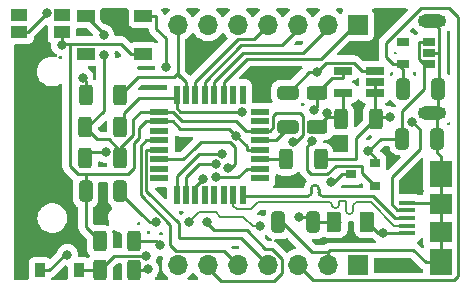
<source format=gbr>
%TF.GenerationSoftware,KiCad,Pcbnew,(6.0.1-0)*%
%TF.CreationDate,2022-05-02T12:36:28+02:00*%
%TF.ProjectId,SAMD_QTPY_MIDI,53414d44-5f51-4545-9059-5f4d4944492e,1*%
%TF.SameCoordinates,Original*%
%TF.FileFunction,Copper,L1,Top*%
%TF.FilePolarity,Positive*%
%FSLAX46Y46*%
G04 Gerber Fmt 4.6, Leading zero omitted, Abs format (unit mm)*
G04 Created by KiCad (PCBNEW (6.0.1-0)) date 2022-05-02 12:36:28*
%MOMM*%
%LPD*%
G01*
G04 APERTURE LIST*
G04 Aperture macros list*
%AMRoundRect*
0 Rectangle with rounded corners*
0 $1 Rounding radius*
0 $2 $3 $4 $5 $6 $7 $8 $9 X,Y pos of 4 corners*
0 Add a 4 corners polygon primitive as box body*
4,1,4,$2,$3,$4,$5,$6,$7,$8,$9,$2,$3,0*
0 Add four circle primitives for the rounded corners*
1,1,$1+$1,$2,$3*
1,1,$1+$1,$4,$5*
1,1,$1+$1,$6,$7*
1,1,$1+$1,$8,$9*
0 Add four rect primitives between the rounded corners*
20,1,$1+$1,$2,$3,$4,$5,0*
20,1,$1+$1,$4,$5,$6,$7,0*
20,1,$1+$1,$6,$7,$8,$9,0*
20,1,$1+$1,$8,$9,$2,$3,0*%
G04 Aperture macros list end*
%TA.AperFunction,SMDPad,CuDef*%
%ADD10RoundRect,0.249999X-0.312501X-0.625001X0.312501X-0.625001X0.312501X0.625001X-0.312501X0.625001X0*%
%TD*%
%TA.AperFunction,SMDPad,CuDef*%
%ADD11RoundRect,0.249999X0.625001X-0.312501X0.625001X0.312501X-0.625001X0.312501X-0.625001X-0.312501X0*%
%TD*%
%TA.AperFunction,SMDPad,CuDef*%
%ADD12R,1.560000X0.650000*%
%TD*%
%TA.AperFunction,SMDPad,CuDef*%
%ADD13RoundRect,0.249999X0.312501X0.625001X-0.312501X0.625001X-0.312501X-0.625001X0.312501X-0.625001X0*%
%TD*%
%TA.AperFunction,SMDPad,CuDef*%
%ADD14RoundRect,0.249999X-0.325001X-0.650001X0.325001X-0.650001X0.325001X0.650001X-0.325001X0.650001X0*%
%TD*%
%TA.AperFunction,SMDPad,CuDef*%
%ADD15RoundRect,0.249999X0.325001X0.650001X-0.325001X0.650001X-0.325001X-0.650001X0.325001X-0.650001X0*%
%TD*%
%TA.AperFunction,SMDPad,CuDef*%
%ADD16R,0.900000X0.800000*%
%TD*%
%TA.AperFunction,ComponentPad*%
%ADD17R,1.700000X1.700000*%
%TD*%
%TA.AperFunction,ComponentPad*%
%ADD18O,1.700000X1.700000*%
%TD*%
%TA.AperFunction,SMDPad,CuDef*%
%ADD19R,1.500000X1.000000*%
%TD*%
%TA.AperFunction,SMDPad,CuDef*%
%ADD20RoundRect,0.249999X0.650001X-0.325001X0.650001X0.325001X-0.650001X0.325001X-0.650001X-0.325001X0*%
%TD*%
%TA.AperFunction,SMDPad,CuDef*%
%ADD21RoundRect,0.250000X-0.375000X-0.625000X0.375000X-0.625000X0.375000X0.625000X-0.375000X0.625000X0*%
%TD*%
%TA.AperFunction,SMDPad,CuDef*%
%ADD22R,1.400000X0.400000*%
%TD*%
%TA.AperFunction,SMDPad,CuDef*%
%ADD23R,1.900000X1.800000*%
%TD*%
%TA.AperFunction,SMDPad,CuDef*%
%ADD24R,1.900000X2.300000*%
%TD*%
%TA.AperFunction,SMDPad,CuDef*%
%ADD25R,1.060000X0.650000*%
%TD*%
%TA.AperFunction,SMDPad,CuDef*%
%ADD26R,1.600000X0.550000*%
%TD*%
%TA.AperFunction,SMDPad,CuDef*%
%ADD27R,0.550000X1.600000*%
%TD*%
%TA.AperFunction,SMDPad,CuDef*%
%ADD28R,1.400000X1.050000*%
%TD*%
%TA.AperFunction,SMDPad,CuDef*%
%ADD29RoundRect,0.250000X0.312500X0.625000X-0.312500X0.625000X-0.312500X-0.625000X0.312500X-0.625000X0*%
%TD*%
%TA.AperFunction,SMDPad,CuDef*%
%ADD30RoundRect,0.250000X-0.312500X-0.625000X0.312500X-0.625000X0.312500X0.625000X-0.312500X0.625000X0*%
%TD*%
%TA.AperFunction,SMDPad,CuDef*%
%ADD31R,0.900000X1.200000*%
%TD*%
%TA.AperFunction,SMDPad,CuDef*%
%ADD32RoundRect,0.250000X0.325000X0.650000X-0.325000X0.650000X-0.325000X-0.650000X0.325000X-0.650000X0*%
%TD*%
%TA.AperFunction,ComponentPad*%
%ADD33O,2.400000X1.150000*%
%TD*%
%TA.AperFunction,ViaPad*%
%ADD34C,0.800000*%
%TD*%
%TA.AperFunction,Conductor*%
%ADD35C,0.250000*%
%TD*%
%TA.AperFunction,Conductor*%
%ADD36C,0.200000*%
%TD*%
G04 APERTURE END LIST*
D10*
%TO.P,R2,1*%
%TO.N,VCC*%
X147187500Y-25100000D03*
%TO.P,R2,2*%
%TO.N,Net-(R2-Pad2)*%
X150112500Y-25100000D03*
%TD*%
D11*
%TO.P,R1,1*%
%TO.N,VCC*%
X145175000Y-25812500D03*
%TO.P,R1,2*%
%TO.N,Net-(Q1-Pad1)*%
X145175000Y-22887500D03*
%TD*%
D12*
%TO.P,U2,1*%
%TO.N,Net-(R2-Pad2)*%
X150025000Y-22925000D03*
%TO.P,U2,2*%
X150025000Y-21975000D03*
%TO.P,U2,3,GND*%
%TO.N,GND*%
X150025000Y-21025000D03*
%TO.P,U2,4*%
%TO.N,Net-(Q1-Pad1)*%
X147325000Y-21025000D03*
%TO.P,U2,5,VCC*%
%TO.N,VCC*%
X147325000Y-22925000D03*
%TD*%
D13*
%TO.P,R3,1*%
%TO.N,Net-(R2-Pad2)*%
X145437500Y-28525000D03*
%TO.P,R3,2*%
%TO.N,USB_HOST_EN*%
X142512500Y-28525000D03*
%TD*%
D14*
%TO.P,C3,1*%
%TO.N,VCC*%
X152375000Y-26775000D03*
%TO.P,C3,2*%
%TO.N,GND*%
X155325000Y-26775000D03*
%TD*%
D15*
%TO.P,C2,1*%
%TO.N,VBUS*%
X144825000Y-33875000D03*
%TO.P,C2,2*%
%TO.N,GND*%
X141875000Y-33875000D03*
%TD*%
D16*
%TO.P,Q1,1,G*%
%TO.N,Net-(Q1-Pad1)*%
X150025000Y-30750000D03*
%TO.P,Q1,2,S*%
%TO.N,VCC*%
X150025000Y-28850000D03*
%TO.P,Q1,3,D*%
%TO.N,VBUS*%
X148025000Y-29800000D03*
%TD*%
D17*
%TO.P,J4,1,Pin_1*%
%TO.N,VCC*%
X148590000Y-37465000D03*
D18*
%TO.P,J4,2,Pin_2*%
%TO.N,GND*%
X146050000Y-37465000D03*
%TO.P,J4,3,Pin_3*%
%TO.N,3V3*%
X143510000Y-37465000D03*
%TO.P,J4,4,Pin_4*%
%TO.N,/MOSI*%
X140970000Y-37465000D03*
%TO.P,J4,5,Pin_5*%
%TO.N,/MISO*%
X138430000Y-37465000D03*
%TO.P,J4,6,Pin_6*%
%TO.N,/SCK*%
X135890000Y-37465000D03*
%TO.P,J4,7,Pin_7*%
%TO.N,RX*%
X133350000Y-37465000D03*
%TD*%
D14*
%TO.P,C4,1*%
%TO.N,3V3*%
X152450000Y-22550000D03*
%TO.P,C4,2*%
%TO.N,GND*%
X155400000Y-22550000D03*
%TD*%
D19*
%TO.P,D1,1,VDD*%
%TO.N,3V3*%
X125550000Y-16400000D03*
%TO.P,D1,2,DOUT*%
%TO.N,unconnected-(D1-Pad2)*%
X125550000Y-19600000D03*
%TO.P,D1,3,VSS*%
%TO.N,GND*%
X130450000Y-19600000D03*
%TO.P,D1,4,DIN*%
%TO.N,NEOPIX*%
X130450000Y-16400000D03*
%TD*%
D20*
%TO.P,C1,1*%
%TO.N,Net-(C1-Pad1)*%
X142675000Y-25825000D03*
%TO.P,C1,2*%
%TO.N,GND*%
X142675000Y-22875000D03*
%TD*%
D21*
%TO.P,F1,1*%
%TO.N,VBUS*%
X146600000Y-33825000D03*
%TO.P,F1,2*%
%TO.N,Net-(J1-Pad1)*%
X149400000Y-33825000D03*
%TD*%
D22*
%TO.P,J2,1,VBUS*%
%TO.N,Net-(J1-Pad1)*%
X152755000Y-34800000D03*
%TO.P,J2,2,D-*%
%TO.N,USB_D-*%
X152755000Y-34150000D03*
%TO.P,J2,3,D+*%
%TO.N,USB_D+*%
X152755000Y-33500000D03*
%TO.P,J2,4,ID*%
%TO.N,Net-(R2-Pad2)*%
X152755000Y-32850000D03*
%TO.P,J2,5,GND*%
%TO.N,GND*%
X152755000Y-32200000D03*
D23*
%TO.P,J2,6,Shield*%
X155605000Y-32350000D03*
X155605000Y-34650000D03*
D24*
X155605000Y-29750000D03*
X155605000Y-37250000D03*
%TD*%
D17*
%TO.P,J3,1,Pin_1*%
%TO.N,/A0*%
X148590000Y-17145000D03*
D18*
%TO.P,J3,2,Pin_2*%
%TO.N,/A1*%
X146050000Y-17145000D03*
%TO.P,J3,3,Pin_3*%
%TO.N,/A2*%
X143510000Y-17145000D03*
%TO.P,J3,4,Pin_4*%
%TO.N,/A3*%
X140970000Y-17145000D03*
%TO.P,J3,5,Pin_5*%
%TO.N,SDA*%
X138430000Y-17145000D03*
%TO.P,J3,6,Pin_6*%
%TO.N,SCL*%
X135890000Y-17145000D03*
%TO.P,J3,7,Pin_7*%
%TO.N,TX*%
X133350000Y-17145000D03*
%TD*%
D25*
%TO.P,U1,1,VIN*%
%TO.N,VCC*%
X154625000Y-20475000D03*
%TO.P,U1,2,GND*%
%TO.N,GND*%
X154625000Y-19525000D03*
%TO.P,U1,3,EN*%
%TO.N,VCC*%
X154625000Y-18575000D03*
%TO.P,U1,4,NC*%
%TO.N,unconnected-(U1-Pad4)*%
X152425000Y-18575000D03*
%TO.P,U1,5,VOUT*%
%TO.N,3V3*%
X152425000Y-20475000D03*
%TD*%
D26*
%TO.P,U4,32,PA31*%
%TO.N,unconnected-(U4-Pad32)*%
X140300000Y-24525000D03*
%TO.P,U4,31,PA30*%
%TO.N,unconnected-(U4-Pad31)*%
X140300000Y-25325000D03*
%TO.P,U4,30,VDDIN*%
%TO.N,3V3*%
X140300000Y-26125000D03*
%TO.P,U4,29,VDDCORE*%
%TO.N,Net-(C1-Pad1)*%
X140300000Y-26925000D03*
%TO.P,U4,28,GND*%
%TO.N,GND*%
X140300000Y-27725000D03*
%TO.P,U4,27,PA28*%
%TO.N,USB_HOST_EN*%
X140300000Y-28525000D03*
%TO.P,U4,26,~{RESET}*%
%TO.N,Net-(SW2-Pad2)*%
X140300000Y-29325000D03*
%TO.P,U4,25,PA27*%
%TO.N,unconnected-(U4-Pad25)*%
X140300000Y-30125000D03*
D27*
%TO.P,U4,24,PA25*%
%TO.N,USB_D+*%
X138850000Y-31575000D03*
%TO.P,U4,23,PA24*%
%TO.N,USB_D-*%
X138050000Y-31575000D03*
%TO.P,U4,22,PA23*%
%TO.N,unconnected-(U4-Pad22)*%
X137250000Y-31575000D03*
%TO.P,U4,21,PA22*%
%TO.N,unconnected-(U4-Pad21)*%
X136450000Y-31575000D03*
%TO.P,U4,20,PA19*%
%TO.N,unconnected-(U4-Pad20)*%
X135650000Y-31575000D03*
%TO.P,U4,19,PA18*%
%TO.N,NEOPIX*%
X134850000Y-31575000D03*
%TO.P,U4,18,PA17*%
%TO.N,SCL*%
X134050000Y-31575000D03*
%TO.P,U4,17,PA16*%
%TO.N,SDA*%
X133250000Y-31575000D03*
D26*
%TO.P,U4,16,PA15*%
%TO.N,unconnected-(U4-Pad16)*%
X131800000Y-30125000D03*
%TO.P,U4,15,PA14*%
%TO.N,unconnected-(U4-Pad15)*%
X131800000Y-29325000D03*
%TO.P,U4,14,PA11*%
%TO.N,/SCK*%
X131800000Y-28525000D03*
%TO.P,U4,13,PA10*%
%TO.N,/MOSI*%
X131800000Y-27725000D03*
%TO.P,U4,12,PA09*%
%TO.N,/MISO*%
X131800000Y-26925000D03*
%TO.P,U4,11,PA08*%
%TO.N,unconnected-(U4-Pad11)*%
X131800000Y-26125000D03*
%TO.P,U4,10,GND*%
%TO.N,GND*%
X131800000Y-25325000D03*
%TO.P,U4,9,VDDANA*%
%TO.N,3V3*%
X131800000Y-24525000D03*
D27*
%TO.P,U4,8,PA07*%
%TO.N,RX*%
X133250000Y-23075000D03*
%TO.P,U4,7,PA06*%
%TO.N,TX*%
X134050000Y-23075000D03*
%TO.P,U4,6,PA05*%
%TO.N,/A3*%
X134850000Y-23075000D03*
%TO.P,U4,5,PA04*%
%TO.N,/A2*%
X135650000Y-23075000D03*
%TO.P,U4,4,PA03*%
%TO.N,/A1*%
X136450000Y-23075000D03*
%TO.P,U4,3,PA02*%
%TO.N,/A0*%
X137250000Y-23075000D03*
%TO.P,U4,2,PA01*%
%TO.N,unconnected-(U4-Pad2)*%
X138050000Y-23075000D03*
%TO.P,U4,1,PA00*%
%TO.N,unconnected-(U4-Pad1)*%
X138850000Y-23075000D03*
%TD*%
D28*
%TO.P,SW2,*%
%TO.N,*%
X123550000Y-16280000D03*
X119950000Y-16280000D03*
%TO.P,SW2,1,1*%
%TO.N,GND*%
X123550000Y-17720000D03*
%TO.P,SW2,2,2*%
%TO.N,Net-(SW2-Pad2)*%
X119950000Y-17720000D03*
%TD*%
D29*
%TO.P,R7,1*%
%TO.N,Net-(R7-Pad1)*%
X129687500Y-35475000D03*
%TO.P,R7,2*%
%TO.N,GND*%
X126762500Y-35475000D03*
%TD*%
D30*
%TO.P,R4,1*%
%TO.N,Net-(J6-PadT)*%
X125537500Y-28425000D03*
%TO.P,R4,2*%
%TO.N,3V3*%
X128462500Y-28425000D03*
%TD*%
D31*
%TO.P,D3,1,K*%
%TO.N,Net-(D3-Pad1)*%
X124975000Y-37925000D03*
%TO.P,D3,2,A*%
%TO.N,Net-(D3-Pad2)*%
X121675000Y-37925000D03*
%TD*%
D29*
%TO.P,R6,1*%
%TO.N,TX*%
X128487500Y-23100000D03*
%TO.P,R6,2*%
%TO.N,Net-(R6-Pad2)*%
X125562500Y-23100000D03*
%TD*%
D30*
%TO.P,R5,1*%
%TO.N,Net-(D3-Pad1)*%
X126762500Y-37900000D03*
%TO.P,R5,2*%
%TO.N,Net-(J7-PadT)*%
X129687500Y-37900000D03*
%TD*%
%TO.P,R8,1*%
%TO.N,3V3*%
X125537500Y-25825000D03*
%TO.P,R8,2*%
%TO.N,RX*%
X128462500Y-25825000D03*
%TD*%
D32*
%TO.P,C5,1*%
%TO.N,VBUS*%
X128500000Y-31225000D03*
%TO.P,C5,2*%
%TO.N,GND*%
X125550000Y-31225000D03*
%TD*%
D33*
%TO.P,J1,6,Shield*%
%TO.N,GND*%
X154900000Y-16820000D03*
X154900000Y-24595000D03*
%TD*%
D34*
%TO.N,VBUS*%
X140300000Y-34175000D03*
X131475000Y-33850000D03*
X134300000Y-33875000D03*
%TO.N,GND*%
X138315750Y-26584250D03*
%TO.N,Net-(Q1-Pad1)*%
X144725000Y-27000000D03*
X144900000Y-24325000D03*
%TO.N,Net-(R2-Pad2)*%
X151300000Y-24950000D03*
X153225000Y-25375000D03*
%TO.N,3V3*%
X143150000Y-27050000D03*
%TO.N,/SCK*%
X137575000Y-29275000D03*
X135850000Y-33800000D03*
%TO.N,Net-(R7-Pad1)*%
X131825000Y-35825000D03*
%TO.N,3V3*%
X127100000Y-19700000D03*
X127075000Y-18000000D03*
%TO.N,Net-(R6-Pad2)*%
X125300000Y-21615800D03*
%TO.N,Net-(J1-Pad1)*%
X150725000Y-34750000D03*
%TO.N,Net-(J7-PadT)*%
X130854900Y-37824500D03*
%TO.N,Net-(J6-PadT)*%
X127294500Y-27925500D03*
%TO.N,RX*%
X138775000Y-24550000D03*
%TO.N,Net-(SW2-Pad2)*%
X122249300Y-16147500D03*
X136550000Y-30025000D03*
%TO.N,Net-(D3-Pad2)*%
X124009600Y-36608900D03*
%TO.N,Net-(D3-Pad1)*%
X130663700Y-36687500D03*
%TO.N,SDA*%
X137125000Y-28050000D03*
%TO.N,SCL*%
X136625000Y-28950000D03*
%TO.N,NEOPIX*%
X135527800Y-30154900D03*
X132319400Y-20696700D03*
%TO.N,VCC*%
X149484100Y-27826100D03*
X146005100Y-24638700D03*
%TO.N,VBUS*%
X143580500Y-33390600D03*
X146286500Y-30457100D03*
%TO.N,GND*%
X145140900Y-21150400D03*
X123550000Y-18860700D03*
%TD*%
D35*
%TO.N,SDA*%
X133250000Y-31575000D02*
X133250000Y-29925000D01*
X133250000Y-29925000D02*
X135125000Y-28050000D01*
X135125000Y-28050000D02*
X137125000Y-28050000D01*
%TO.N,3V3*%
X143510000Y-37465000D02*
X144792300Y-38747300D01*
X144792300Y-38747300D02*
X156622300Y-38747300D01*
X157075000Y-38450000D02*
X157075000Y-16500000D01*
X156750000Y-38775000D02*
X157075000Y-38450000D01*
X156622300Y-38747300D02*
X156650000Y-38775000D01*
X156650000Y-38775000D02*
X156750000Y-38775000D01*
X156300000Y-15725000D02*
X153930500Y-15725000D01*
X157075000Y-16500000D02*
X156300000Y-15725000D01*
X153930500Y-15725000D02*
X150996400Y-18659100D01*
X150996400Y-18659100D02*
X150996400Y-19901700D01*
X150996400Y-19901700D02*
X151569700Y-20475000D01*
X151569700Y-20475000D02*
X151997400Y-20475000D01*
%TO.N,VCC*%
X152375000Y-26775000D02*
X150535200Y-26775000D01*
X150535200Y-26775000D02*
X149484100Y-27826100D01*
D36*
%TO.N,VBUS*%
X140300000Y-34175000D02*
X139700000Y-34175000D01*
X138900000Y-33375000D02*
X136925000Y-33375000D01*
X139700000Y-34175000D02*
X138900000Y-33375000D01*
X136925000Y-33375000D02*
X136575000Y-33025000D01*
X135150000Y-33025000D02*
X134300000Y-33875000D01*
X136575000Y-33025000D02*
X135150000Y-33025000D01*
D35*
%TO.N,NEOPIX*%
X134850000Y-31575000D02*
X134850000Y-30832700D01*
X134850000Y-30832700D02*
X135527800Y-30154900D01*
%TO.N,TX*%
X128487500Y-23100000D02*
X129987500Y-21600000D01*
X129987500Y-21600000D02*
X133025000Y-21600000D01*
X133025000Y-21600000D02*
X133325000Y-21300000D01*
X133325000Y-21300000D02*
X133575000Y-21550000D01*
X133575000Y-21550000D02*
X133575000Y-21575000D01*
X133350000Y-17145000D02*
X133350000Y-21325000D01*
X133350000Y-21325000D02*
X134050000Y-22025000D01*
X134050000Y-22025000D02*
X134050000Y-23075000D01*
%TO.N,Net-(SW2-Pad2)*%
X119950000Y-17720000D02*
X120676800Y-17720000D01*
X120676800Y-17720000D02*
X122249300Y-16147500D01*
%TO.N,/SCK*%
X135850000Y-33800000D02*
X135850000Y-33900000D01*
X135890000Y-37690000D02*
X135890000Y-37465000D01*
X135850000Y-33900000D02*
X136450000Y-34500000D01*
X141300000Y-36100000D02*
X142150000Y-36950000D01*
X136450000Y-34500000D02*
X139175000Y-34500000D01*
X139175000Y-34500000D02*
X140775000Y-36100000D01*
X140775000Y-36100000D02*
X141300000Y-36100000D01*
X141525000Y-38800000D02*
X137000000Y-38800000D01*
X142150000Y-36950000D02*
X142150000Y-38175000D01*
X142150000Y-38175000D02*
X141525000Y-38800000D01*
X137000000Y-38800000D02*
X135890000Y-37690000D01*
%TO.N,/MISO*%
X137254700Y-36289700D02*
X138430000Y-37465000D01*
X131800000Y-26925000D02*
X130674700Y-26925000D01*
X130674700Y-26925000D02*
X130224300Y-27375400D01*
X130224300Y-27375400D02*
X130224300Y-31574300D01*
X130224300Y-31574300D02*
X132725000Y-34075000D01*
X132725000Y-34075000D02*
X132725000Y-35775000D01*
X132725000Y-35775000D02*
X133239700Y-36289700D01*
X133239700Y-36289700D02*
X137254700Y-36289700D01*
%TO.N,/MOSI*%
X131800000Y-27725000D02*
X130674700Y-27725000D01*
X133425000Y-35200000D02*
X133425200Y-35200200D01*
X133425200Y-35200200D02*
X138705200Y-35200200D01*
X130674700Y-27725000D02*
X130674700Y-31199700D01*
X130674700Y-31199700D02*
X133425000Y-33950000D01*
X133425000Y-33950000D02*
X133425000Y-35200000D01*
X138705200Y-35200200D02*
X140970000Y-37465000D01*
%TO.N,/A3*%
X139794700Y-18320300D02*
X140970000Y-17145000D01*
X134850000Y-23075000D02*
X134850000Y-21949700D01*
X134850000Y-21949700D02*
X138479400Y-18320300D01*
X138479400Y-18320300D02*
X139794700Y-18320300D01*
%TO.N,/A2*%
X135650000Y-23075000D02*
X135650000Y-21949700D01*
X135650000Y-21949700D02*
X138746800Y-18852900D01*
X138746800Y-18852900D02*
X142172100Y-18852900D01*
X142172100Y-18852900D02*
X143510000Y-17515000D01*
X143510000Y-17515000D02*
X143510000Y-17145000D01*
%TO.N,/A1*%
X136450000Y-23075000D02*
X136450000Y-21949700D01*
X136450000Y-21949700D02*
X138882400Y-19517300D01*
X138882400Y-19517300D02*
X143982700Y-19517300D01*
X143982700Y-19517300D02*
X146050000Y-17450000D01*
X146050000Y-17450000D02*
X146050000Y-17145000D01*
%TO.N,/A0*%
X137250000Y-23075000D02*
X137250000Y-21975000D01*
X137250000Y-21975000D02*
X139225000Y-20000000D01*
X139225000Y-20000000D02*
X145475000Y-20000000D01*
X145475000Y-20000000D02*
X148330000Y-17145000D01*
X148330000Y-17145000D02*
X148590000Y-17145000D01*
%TO.N,VBUS*%
X131000000Y-33850000D02*
X131475000Y-33850000D01*
X130275000Y-33125000D02*
X131000000Y-33850000D01*
X128500000Y-31225000D02*
X128500000Y-31350000D01*
X128500000Y-31350000D02*
X130275000Y-33125000D01*
%TO.N,GND*%
X138315750Y-26584250D02*
X137695400Y-25963900D01*
%TO.N,Net-(Q1-Pad1)*%
X150025000Y-30750000D02*
X148975000Y-29700000D01*
X148975000Y-29700000D02*
X148975000Y-29075000D01*
X148975000Y-29075000D02*
X146725000Y-29075000D01*
X144275000Y-29425000D02*
X144275000Y-27450000D01*
X146725000Y-29075000D02*
X146025000Y-29775000D01*
X146025000Y-29775000D02*
X144625000Y-29775000D01*
X144625000Y-29775000D02*
X144275000Y-29425000D01*
X144275000Y-27450000D02*
X144725000Y-27000000D01*
X145175000Y-24050000D02*
X144900000Y-24325000D01*
X145175000Y-22887500D02*
X145175000Y-24050000D01*
%TO.N,Net-(R2-Pad2)*%
X151300000Y-24950000D02*
X150262500Y-24950000D01*
X150262500Y-24950000D02*
X150112500Y-25100000D01*
X153850000Y-26000000D02*
X153225000Y-25375000D01*
X151950000Y-32850000D02*
X151450000Y-32350000D01*
X152755000Y-32850000D02*
X151950000Y-32850000D01*
X153850000Y-27625000D02*
X153850000Y-26000000D01*
X151450000Y-32350000D02*
X151450000Y-30025000D01*
X151450000Y-30025000D02*
X153850000Y-27625000D01*
%TO.N,3V3*%
X140300000Y-26125000D02*
X141125000Y-26125000D01*
X143925000Y-24875000D02*
X143925000Y-26475000D01*
X141125000Y-26125000D02*
X141450000Y-25800000D01*
X141450000Y-25800000D02*
X141450000Y-24875000D01*
X141450000Y-24875000D02*
X141700000Y-24625000D01*
X143925000Y-26475000D02*
X143350000Y-27050000D01*
X141700000Y-24625000D02*
X143675000Y-24625000D01*
X143675000Y-24625000D02*
X143925000Y-24875000D01*
X143350000Y-27050000D02*
X143150000Y-27050000D01*
%TO.N,RX*%
X137001200Y-24518400D02*
X136893400Y-24518400D01*
X136893400Y-24518400D02*
X133568100Y-24518400D01*
X138775000Y-24550000D02*
X136925000Y-24550000D01*
X136925000Y-24550000D02*
X136893400Y-24518400D01*
%TO.N,/SCK*%
X137550000Y-29300000D02*
X137575000Y-29275000D01*
X137675000Y-29475000D02*
X137550000Y-29475000D01*
X137750000Y-27050000D02*
X138225000Y-27525000D01*
X134800000Y-27550000D02*
X135300000Y-27050000D01*
X137550000Y-29475000D02*
X137550000Y-29300000D01*
X138225000Y-28925000D02*
X137675000Y-29475000D01*
X135300000Y-27050000D02*
X137750000Y-27050000D01*
X131800000Y-28525000D02*
X133825000Y-28525000D01*
X133825000Y-28525000D02*
X134800000Y-27550000D01*
X138225000Y-27525000D02*
X138225000Y-28925000D01*
%TO.N,SCL*%
X134050000Y-31575000D02*
X134050000Y-30025000D01*
X134050000Y-30025000D02*
X135125000Y-28950000D01*
X135125000Y-28950000D02*
X136625000Y-28950000D01*
%TO.N,Net-(SW2-Pad2)*%
X139174700Y-29325000D02*
X138474700Y-30025000D01*
X138474700Y-30025000D02*
X136550000Y-30025000D01*
%TO.N,Net-(R7-Pad1)*%
X129687500Y-35475000D02*
X131475000Y-35475000D01*
X131475000Y-35475000D02*
X131825000Y-35825000D01*
D36*
%TO.N,USB_D-*%
X146625000Y-32625000D02*
G75*
G02*
X146400000Y-32400000I0J225000D01*
G01*
X146625000Y-32625000D02*
X146775000Y-32625000D01*
X147600000Y-32125000D02*
X147600000Y-32175000D01*
X147000000Y-32400000D02*
G75*
G02*
X146775000Y-32625000I-225000J0D01*
G01*
X147000000Y-32400000D02*
X147000000Y-32175000D01*
X147600000Y-32125000D02*
G75*
G03*
X147550000Y-32075000I-50001J-1D01*
G01*
X147050000Y-32075000D02*
G75*
G03*
X147000000Y-32125000I1J-50001D01*
G01*
X147900000Y-33175000D02*
G75*
G02*
X147600000Y-32875000I0J300000D01*
G01*
X148200000Y-32875000D02*
G75*
G02*
X147900000Y-33175000I-300000J0D01*
G01*
X140012500Y-32287500D02*
X140125000Y-32175000D01*
X146400000Y-32400000D02*
G75*
G03*
X146175000Y-32175000I-225000J0D01*
G01*
X148500000Y-32175000D02*
G75*
G03*
X148200000Y-32475000I0J-300000D01*
G01*
X140125000Y-32175000D02*
X146175000Y-32175000D01*
X147000000Y-32175000D02*
X147000000Y-32125000D01*
X147050000Y-32075000D02*
X147550000Y-32075000D01*
X147600000Y-32175000D02*
X147600000Y-32875000D01*
X148200000Y-32875000D02*
X148200000Y-32475000D01*
X148500000Y-32175000D02*
X149675000Y-32175000D01*
X149675000Y-32175000D02*
X151650000Y-34150000D01*
X151650000Y-34150000D02*
X152755000Y-34150000D01*
D35*
%TO.N,USB_D+*%
X145273300Y-31326700D02*
G75*
G03*
X145573300Y-31626700I300000J0D01*
G01*
X149856400Y-31626700D02*
X145573300Y-31626700D01*
X144973300Y-30712057D02*
G75*
G02*
X145273300Y-31012057I0J-300000D01*
G01*
X151729700Y-33500000D02*
X149856400Y-31626700D01*
X144373300Y-31626700D02*
X141377136Y-31626700D01*
X138901700Y-31626700D02*
X138850000Y-31575000D01*
X144673300Y-31012057D02*
G75*
G02*
X144973300Y-30712057I300000J0D01*
G01*
X145273300Y-31326700D02*
X145273300Y-31012057D01*
X152755000Y-33500000D02*
X151729700Y-33500000D01*
X144673300Y-31012057D02*
X144673300Y-31326700D01*
X141377136Y-31626700D02*
X138901700Y-31626700D01*
X144373300Y-31626700D02*
G75*
G03*
X144673300Y-31326700I0J300000D01*
G01*
D36*
%TO.N,USB_D-*%
X138050000Y-31575000D02*
X138050000Y-32500000D01*
X138050000Y-32500000D02*
X138325000Y-32775000D01*
X138325000Y-32775000D02*
X139525000Y-32775000D01*
X139525000Y-32775000D02*
X140012500Y-32287500D01*
X140150000Y-32150000D02*
X140012500Y-32287500D01*
D35*
%TO.N,Net-(J1-Pad1)*%
X150725000Y-34750000D02*
X150325000Y-34750000D01*
X150325000Y-34750000D02*
X149400000Y-33825000D01*
X152755000Y-34800000D02*
X150775000Y-34800000D01*
X150775000Y-34800000D02*
X150725000Y-34750000D01*
%TO.N,3V3*%
X125537500Y-25825000D02*
X125700000Y-25825000D01*
X125700000Y-25825000D02*
X127100000Y-24425000D01*
X127100000Y-24425000D02*
X127100000Y-19700000D01*
X127075000Y-17925000D02*
X127075000Y-18000000D01*
X125550000Y-16400000D02*
X127075000Y-17925000D01*
X128462500Y-28425000D02*
X128462500Y-27787500D01*
X128462500Y-27787500D02*
X127500000Y-26825000D01*
X127500000Y-26825000D02*
X126537500Y-26825000D01*
X126537500Y-26825000D02*
X125537500Y-25825000D01*
%TO.N,GND*%
X131800000Y-25325000D02*
X130650000Y-25325000D01*
X130100000Y-26700000D02*
X129675000Y-27125000D01*
X130650000Y-25325000D02*
X130100000Y-25875000D01*
X129675000Y-27125000D02*
X129675000Y-29250000D01*
X130100000Y-25875000D02*
X130100000Y-26700000D01*
X129675000Y-29250000D02*
X129112500Y-29812500D01*
X129112500Y-29812500D02*
X125550000Y-29812500D01*
%TO.N,3V3*%
X131800000Y-24525000D02*
X130200000Y-24525000D01*
X129600000Y-26475000D02*
X128462500Y-27612500D01*
X130200000Y-24525000D02*
X129600000Y-25125000D01*
X129600000Y-25125000D02*
X129600000Y-26475000D01*
X128462500Y-27612500D02*
X128462500Y-28425000D01*
%TO.N,RX*%
X128815800Y-24623600D02*
X128815800Y-25471700D01*
X128815800Y-25471700D02*
X128462500Y-25825000D01*
%TO.N,GND*%
X124215000Y-18735700D02*
X124215000Y-29115000D01*
X124215000Y-29115000D02*
X124912500Y-29812500D01*
X124912500Y-29812500D02*
X125550000Y-29812500D01*
%TO.N,Net-(R6-Pad2)*%
X125562500Y-21878300D02*
X125300000Y-21615800D01*
X125562500Y-23100000D02*
X125562500Y-21878300D01*
%TO.N,Net-(R2-Pad2)*%
X148422600Y-28525000D02*
X145437500Y-28525000D01*
X150025000Y-25100000D02*
X150112500Y-25100000D01*
X150025000Y-25100000D02*
X150025000Y-22925000D01*
X150025000Y-21975000D02*
X150025000Y-22925000D01*
X148422600Y-26702400D02*
X150025000Y-25100000D01*
X148422600Y-28525000D02*
X148422600Y-26702400D01*
%TO.N,Net-(J7-PadT)*%
X130779400Y-37900000D02*
X130854900Y-37824500D01*
X129687500Y-37900000D02*
X130779400Y-37900000D01*
%TO.N,Net-(J6-PadT)*%
X126037000Y-27925500D02*
X125537500Y-28425000D01*
X127294500Y-27925500D02*
X126037000Y-27925500D01*
%TO.N,RX*%
X133568100Y-24518400D02*
X133250000Y-24200300D01*
X130106400Y-23333000D02*
X133250000Y-23333000D01*
X128815800Y-24623600D02*
X130106400Y-23333000D01*
X133250000Y-23075000D02*
X133250000Y-23333000D01*
X133250000Y-23333000D02*
X133250000Y-24200300D01*
%TO.N,Net-(SW2-Pad2)*%
X140300000Y-29325000D02*
X139174700Y-29325000D01*
%TO.N,USB_HOST_EN*%
X140300000Y-28525000D02*
X142512500Y-28525000D01*
%TO.N,Net-(Q1-Pad1)*%
X147325000Y-21610700D02*
X147325000Y-21025000D01*
X146376800Y-21610700D02*
X145100000Y-22887500D01*
X147325000Y-21610700D02*
X146376800Y-21610700D01*
%TO.N,Net-(D3-Pad2)*%
X123766400Y-36608900D02*
X122450300Y-37925000D01*
X124009600Y-36608900D02*
X123766400Y-36608900D01*
X121675000Y-37925000D02*
X122450300Y-37925000D01*
%TO.N,Net-(D3-Pad1)*%
X124975000Y-37925000D02*
X125750300Y-37925000D01*
X125775300Y-37900000D02*
X125750300Y-37925000D01*
X126762500Y-37900000D02*
X125775300Y-37900000D01*
X127975000Y-36687500D02*
X130663700Y-36687500D01*
X126762500Y-37900000D02*
X127975000Y-36687500D01*
%TO.N,NEOPIX*%
X130450000Y-16400000D02*
X131525300Y-16400000D01*
X131525300Y-17475300D02*
X131525300Y-16400000D01*
X132319400Y-18269400D02*
X131525300Y-17475300D01*
X132319400Y-20696700D02*
X132319400Y-18269400D01*
%TO.N,3V3*%
X131800000Y-24525000D02*
X132925300Y-24525000D01*
X139116000Y-26125000D02*
X140300000Y-26125000D01*
X138277800Y-25286800D02*
X139116000Y-26125000D01*
X133687100Y-25286800D02*
X138277800Y-25286800D01*
X132925300Y-24525000D02*
X133687100Y-25286800D01*
X152425000Y-20475000D02*
X151997400Y-20475000D01*
X152450000Y-20927600D02*
X152450000Y-22550000D01*
X151997400Y-20475000D02*
X152450000Y-20927600D01*
%TO.N,VCC*%
X154625000Y-20475000D02*
X154197400Y-20475000D01*
X153769700Y-20047300D02*
X154197400Y-20475000D01*
X153769700Y-18575000D02*
X153769700Y-20047300D01*
X154625000Y-18575000D02*
X153769700Y-18575000D01*
X150025000Y-28850000D02*
X150025000Y-28367000D01*
X149484100Y-27826100D02*
X150025000Y-28367000D01*
X154197400Y-22593200D02*
X154197400Y-20475000D01*
X152375000Y-24415600D02*
X154197400Y-22593200D01*
X152375000Y-26775000D02*
X152375000Y-24415600D01*
X146005100Y-24638700D02*
X146005100Y-24907400D01*
X146005100Y-24907400D02*
X145100000Y-25812500D01*
X147325000Y-24577300D02*
X146994900Y-24907400D01*
X147325000Y-22925000D02*
X147325000Y-24577300D01*
X146005100Y-24907400D02*
X146994900Y-24907400D01*
X146994900Y-24907400D02*
X147187500Y-25100000D01*
%TO.N,VBUS*%
X145225000Y-33800000D02*
X145150000Y-33875000D01*
X147050000Y-33800000D02*
X145225000Y-33800000D01*
X144665600Y-33390600D02*
X145150000Y-33875000D01*
X143580500Y-33390600D02*
X144665600Y-33390600D01*
X146592600Y-30457100D02*
X147249700Y-29800000D01*
X146286500Y-30457100D02*
X146592600Y-30457100D01*
X148025000Y-29800000D02*
X147249700Y-29800000D01*
%TO.N,Net-(C1-Pad1)*%
X141650000Y-26925000D02*
X142750000Y-25825000D01*
X140300000Y-26925000D02*
X141650000Y-26925000D01*
%TO.N,GND*%
X152755000Y-32200000D02*
X155605000Y-32200000D01*
X155605000Y-32200000D02*
X155605000Y-32350000D01*
X155605000Y-29750000D02*
X155605000Y-32200000D01*
X155325000Y-27994700D02*
X155325000Y-26775000D01*
X155605000Y-28274700D02*
X155325000Y-27994700D01*
X155605000Y-29750000D02*
X155605000Y-28274700D01*
X155325000Y-25020000D02*
X154900000Y-24595000D01*
X155325000Y-26775000D02*
X155325000Y-25020000D01*
X150025000Y-21025000D02*
X148919700Y-21025000D01*
X148259700Y-20365000D02*
X148919700Y-21025000D01*
X145926300Y-20365000D02*
X148259700Y-20365000D01*
X145140900Y-21150400D02*
X145926300Y-20365000D01*
X144474600Y-21150400D02*
X142750000Y-22875000D01*
X145140900Y-21150400D02*
X144474600Y-21150400D01*
X131800000Y-25325000D02*
X132925300Y-25325000D01*
X140300000Y-27725000D02*
X139174700Y-27725000D01*
X133564200Y-25963900D02*
X132925300Y-25325000D01*
X137695400Y-25963900D02*
X133564200Y-25963900D01*
X139174700Y-27443200D02*
X138315750Y-26584250D01*
X139174700Y-27725000D02*
X139174700Y-27443200D01*
X154625000Y-19525000D02*
X155480300Y-19525000D01*
X155400000Y-24095000D02*
X155400000Y-22550000D01*
X154900000Y-24595000D02*
X155400000Y-24095000D01*
X155480300Y-22469700D02*
X155480300Y-19525000D01*
X155400000Y-22550000D02*
X155480300Y-22469700D01*
X155480300Y-17400300D02*
X155480300Y-19525000D01*
X154900000Y-16820000D02*
X155480300Y-17400300D01*
X130450000Y-19600000D02*
X129374700Y-19600000D01*
X128510400Y-18735700D02*
X124215000Y-18735700D01*
X129374700Y-19600000D02*
X128510400Y-18735700D01*
X123550000Y-18735700D02*
X124215000Y-18735700D01*
X123550000Y-17720000D02*
X123550000Y-18735700D01*
X123550000Y-18735700D02*
X123550000Y-18860700D01*
X125550000Y-29812500D02*
X125550000Y-31225000D01*
X125550000Y-34262500D02*
X126762500Y-35475000D01*
X125550000Y-31225000D02*
X125550000Y-34262500D01*
X146050000Y-37465000D02*
X146050000Y-36405600D01*
X155605000Y-37250000D02*
X154329700Y-37250000D01*
X155605000Y-32350000D02*
X155605000Y-34650000D01*
X155605000Y-34650000D02*
X155605000Y-37250000D01*
X146227900Y-36227700D02*
X146050000Y-36405600D01*
X153307400Y-36227700D02*
X146227900Y-36227700D01*
X154329700Y-37250000D02*
X153307400Y-36227700D01*
X144730600Y-36405600D02*
X142200000Y-33875000D01*
X146050000Y-36405600D02*
X144730600Y-36405600D01*
%TD*%
%TA.AperFunction,NonConductor*%
G36*
X147323180Y-15778002D02*
G01*
X147369673Y-15831658D01*
X147379777Y-15901932D01*
X147355886Y-15959564D01*
X147289385Y-16048295D01*
X147286233Y-16056703D01*
X147244919Y-16166907D01*
X147202277Y-16223671D01*
X147135716Y-16248371D01*
X147066367Y-16233163D01*
X147033743Y-16207476D01*
X146983151Y-16151875D01*
X146983142Y-16151866D01*
X146979670Y-16148051D01*
X146975619Y-16144852D01*
X146975615Y-16144848D01*
X146808414Y-16012800D01*
X146808410Y-16012798D01*
X146804359Y-16009598D01*
X146776661Y-15994308D01*
X146726692Y-15943876D01*
X146711920Y-15874433D01*
X146737036Y-15808028D01*
X146794067Y-15765743D01*
X146837556Y-15758000D01*
X147255059Y-15758000D01*
X147323180Y-15778002D01*
G37*
%TD.AperFunction*%
%TA.AperFunction,NonConductor*%
G36*
X132626789Y-15778002D02*
G01*
X132673282Y-15831658D01*
X132683386Y-15901932D01*
X132653892Y-15966512D01*
X132626581Y-15989959D01*
X132623607Y-15991507D01*
X132619471Y-15994612D01*
X132619470Y-15994613D01*
X132464308Y-16111112D01*
X132444965Y-16125635D01*
X132388537Y-16184684D01*
X132335511Y-16240172D01*
X132273987Y-16275602D01*
X132203074Y-16272145D01*
X132145288Y-16230899D01*
X132127269Y-16199515D01*
X132123104Y-16188998D01*
X132120429Y-16181570D01*
X132103064Y-16128125D01*
X132098814Y-16121428D01*
X132098650Y-16121169D01*
X132087885Y-16100042D01*
X132087771Y-16099754D01*
X132087768Y-16099749D01*
X132084852Y-16092383D01*
X132080196Y-16085975D01*
X132080193Y-16085969D01*
X132051842Y-16046948D01*
X132047392Y-16040401D01*
X132017300Y-15992982D01*
X132011293Y-15987341D01*
X131995612Y-15969554D01*
X131990773Y-15962894D01*
X131992108Y-15961924D01*
X131964270Y-15906908D01*
X131971554Y-15836286D01*
X132015862Y-15780813D01*
X132088170Y-15758000D01*
X132558668Y-15758000D01*
X132626789Y-15778002D01*
G37*
%TD.AperFunction*%
%TA.AperFunction,NonConductor*%
G36*
X142786789Y-15778002D02*
G01*
X142833282Y-15831658D01*
X142843386Y-15901932D01*
X142813892Y-15966512D01*
X142786581Y-15989959D01*
X142783607Y-15991507D01*
X142779471Y-15994612D01*
X142779470Y-15994613D01*
X142624308Y-16111112D01*
X142604965Y-16125635D01*
X142568851Y-16163426D01*
X142494526Y-16241203D01*
X142450629Y-16287138D01*
X142343201Y-16444621D01*
X142288293Y-16489621D01*
X142217768Y-16497792D01*
X142154021Y-16466538D01*
X142133324Y-16442054D01*
X142052822Y-16317617D01*
X142052820Y-16317614D01*
X142050014Y-16313277D01*
X141899670Y-16148051D01*
X141895619Y-16144852D01*
X141895615Y-16144848D01*
X141728414Y-16012800D01*
X141728410Y-16012798D01*
X141724359Y-16009598D01*
X141696661Y-15994308D01*
X141646692Y-15943876D01*
X141631920Y-15874433D01*
X141657036Y-15808028D01*
X141714067Y-15765743D01*
X141757556Y-15758000D01*
X142718668Y-15758000D01*
X142786789Y-15778002D01*
G37*
%TD.AperFunction*%
%TA.AperFunction,NonConductor*%
G36*
X145326789Y-15778002D02*
G01*
X145373282Y-15831658D01*
X145383386Y-15901932D01*
X145353892Y-15966512D01*
X145326581Y-15989959D01*
X145323607Y-15991507D01*
X145319471Y-15994612D01*
X145319470Y-15994613D01*
X145164308Y-16111112D01*
X145144965Y-16125635D01*
X145108851Y-16163426D01*
X145034526Y-16241203D01*
X144990629Y-16287138D01*
X144883201Y-16444621D01*
X144828293Y-16489621D01*
X144757768Y-16497792D01*
X144694021Y-16466538D01*
X144673324Y-16442054D01*
X144592822Y-16317617D01*
X144592820Y-16317614D01*
X144590014Y-16313277D01*
X144439670Y-16148051D01*
X144435619Y-16144852D01*
X144435615Y-16144848D01*
X144268414Y-16012800D01*
X144268410Y-16012798D01*
X144264359Y-16009598D01*
X144236661Y-15994308D01*
X144186692Y-15943876D01*
X144171920Y-15874433D01*
X144197036Y-15808028D01*
X144254067Y-15765743D01*
X144297556Y-15758000D01*
X145258668Y-15758000D01*
X145326789Y-15778002D01*
G37*
%TD.AperFunction*%
%TA.AperFunction,NonConductor*%
G36*
X137706789Y-15778002D02*
G01*
X137753282Y-15831658D01*
X137763386Y-15901932D01*
X137733892Y-15966512D01*
X137706581Y-15989959D01*
X137703607Y-15991507D01*
X137699471Y-15994612D01*
X137699470Y-15994613D01*
X137544308Y-16111112D01*
X137524965Y-16125635D01*
X137488851Y-16163426D01*
X137414526Y-16241203D01*
X137370629Y-16287138D01*
X137263201Y-16444621D01*
X137208293Y-16489621D01*
X137137768Y-16497792D01*
X137074021Y-16466538D01*
X137053324Y-16442054D01*
X136972822Y-16317617D01*
X136972820Y-16317614D01*
X136970014Y-16313277D01*
X136819670Y-16148051D01*
X136815619Y-16144852D01*
X136815615Y-16144848D01*
X136648414Y-16012800D01*
X136648410Y-16012798D01*
X136644359Y-16009598D01*
X136616661Y-15994308D01*
X136566692Y-15943876D01*
X136551920Y-15874433D01*
X136577036Y-15808028D01*
X136634067Y-15765743D01*
X136677556Y-15758000D01*
X137638668Y-15758000D01*
X137706789Y-15778002D01*
G37*
%TD.AperFunction*%
%TA.AperFunction,NonConductor*%
G36*
X135166789Y-15778002D02*
G01*
X135213282Y-15831658D01*
X135223386Y-15901932D01*
X135193892Y-15966512D01*
X135166581Y-15989959D01*
X135163607Y-15991507D01*
X135159471Y-15994612D01*
X135159470Y-15994613D01*
X135004308Y-16111112D01*
X134984965Y-16125635D01*
X134948851Y-16163426D01*
X134874526Y-16241203D01*
X134830629Y-16287138D01*
X134723201Y-16444621D01*
X134668293Y-16489621D01*
X134597768Y-16497792D01*
X134534021Y-16466538D01*
X134513324Y-16442054D01*
X134432822Y-16317617D01*
X134432820Y-16317614D01*
X134430014Y-16313277D01*
X134279670Y-16148051D01*
X134275619Y-16144852D01*
X134275615Y-16144848D01*
X134108414Y-16012800D01*
X134108410Y-16012798D01*
X134104359Y-16009598D01*
X134076661Y-15994308D01*
X134026692Y-15943876D01*
X134011920Y-15874433D01*
X134037036Y-15808028D01*
X134094067Y-15765743D01*
X134137556Y-15758000D01*
X135098668Y-15758000D01*
X135166789Y-15778002D01*
G37*
%TD.AperFunction*%
%TA.AperFunction,NonConductor*%
G36*
X140246789Y-15778002D02*
G01*
X140293282Y-15831658D01*
X140303386Y-15901932D01*
X140273892Y-15966512D01*
X140246581Y-15989959D01*
X140243607Y-15991507D01*
X140239471Y-15994612D01*
X140239470Y-15994613D01*
X140084308Y-16111112D01*
X140064965Y-16125635D01*
X140028851Y-16163426D01*
X139954526Y-16241203D01*
X139910629Y-16287138D01*
X139803201Y-16444621D01*
X139748293Y-16489621D01*
X139677768Y-16497792D01*
X139614021Y-16466538D01*
X139593324Y-16442054D01*
X139512822Y-16317617D01*
X139512820Y-16317614D01*
X139510014Y-16313277D01*
X139359670Y-16148051D01*
X139355619Y-16144852D01*
X139355615Y-16144848D01*
X139188414Y-16012800D01*
X139188410Y-16012798D01*
X139184359Y-16009598D01*
X139156661Y-15994308D01*
X139106692Y-15943876D01*
X139091920Y-15874433D01*
X139117036Y-15808028D01*
X139174067Y-15765743D01*
X139217556Y-15758000D01*
X140178668Y-15758000D01*
X140246789Y-15778002D01*
G37*
%TD.AperFunction*%
%TA.AperFunction,NonConductor*%
G36*
X153299868Y-17355702D02*
G01*
X153358606Y-17400858D01*
X153390206Y-17445405D01*
X153451065Y-17531201D01*
X153455388Y-17535339D01*
X153455392Y-17535344D01*
X153566253Y-17641470D01*
X153600415Y-17674173D01*
X153605454Y-17677427D01*
X153605457Y-17677429D01*
X153676244Y-17723135D01*
X153722622Y-17776890D01*
X153732576Y-17847186D01*
X153702945Y-17911703D01*
X153646830Y-17948821D01*
X153642210Y-17950322D01*
X153619069Y-17955494D01*
X153618765Y-17955532D01*
X153618760Y-17955533D01*
X153610903Y-17956526D01*
X153603538Y-17959442D01*
X153603534Y-17959443D01*
X153558689Y-17977199D01*
X153551250Y-17979877D01*
X153530696Y-17986556D01*
X153505730Y-17994667D01*
X153434763Y-17996693D01*
X153373966Y-17960029D01*
X153365971Y-17950398D01*
X153323643Y-17893920D01*
X153323642Y-17893919D01*
X153318261Y-17886739D01*
X153201705Y-17799385D01*
X153138115Y-17775546D01*
X153072711Y-17751027D01*
X153072709Y-17751027D01*
X153065316Y-17748255D01*
X153065706Y-17747215D01*
X153010494Y-17715677D01*
X152977673Y-17652722D01*
X152984097Y-17582017D01*
X153012190Y-17539214D01*
X153166741Y-17384663D01*
X153229053Y-17350637D01*
X153299868Y-17355702D01*
G37*
%TD.AperFunction*%
%TA.AperFunction,NonConductor*%
G36*
X125678527Y-17428502D02*
G01*
X125699501Y-17445405D01*
X126127806Y-17873710D01*
X126161832Y-17936022D01*
X126164021Y-17975976D01*
X126163137Y-17984383D01*
X126162613Y-17989372D01*
X126135599Y-18055028D01*
X126077377Y-18095657D01*
X126037303Y-18102200D01*
X124884500Y-18102200D01*
X124816379Y-18082198D01*
X124769886Y-18028542D01*
X124758500Y-17976200D01*
X124758500Y-17534500D01*
X124778502Y-17466379D01*
X124832158Y-17419886D01*
X124884500Y-17408500D01*
X125610406Y-17408500D01*
X125678527Y-17428502D01*
G37*
%TD.AperFunction*%
%TA.AperFunction,NonConductor*%
G36*
X129133621Y-15778002D02*
G01*
X129180114Y-15831658D01*
X129191500Y-15884000D01*
X129191500Y-16948134D01*
X129198255Y-17010316D01*
X129249385Y-17146705D01*
X129336739Y-17263261D01*
X129453295Y-17350615D01*
X129589684Y-17401745D01*
X129651866Y-17408500D01*
X130767242Y-17408500D01*
X130835363Y-17428502D01*
X130881856Y-17482158D01*
X130892239Y-17518636D01*
X130892297Y-17519093D01*
X130893238Y-17530993D01*
X130894627Y-17575189D01*
X130900278Y-17594639D01*
X130904287Y-17614000D01*
X130906826Y-17634097D01*
X130909745Y-17641468D01*
X130909745Y-17641470D01*
X130923104Y-17675212D01*
X130926949Y-17686442D01*
X130939282Y-17728893D01*
X130943315Y-17735712D01*
X130943317Y-17735717D01*
X130949593Y-17746328D01*
X130958288Y-17764076D01*
X130965748Y-17782917D01*
X130970410Y-17789333D01*
X130970410Y-17789334D01*
X130991736Y-17818687D01*
X130998252Y-17828607D01*
X131009738Y-17848028D01*
X131020758Y-17866662D01*
X131035079Y-17880983D01*
X131047919Y-17896016D01*
X131059828Y-17912407D01*
X131065933Y-17917458D01*
X131065938Y-17917463D01*
X131093904Y-17940599D01*
X131102682Y-17948587D01*
X131620122Y-18466027D01*
X131654148Y-18528339D01*
X131649083Y-18599154D01*
X131606536Y-18655990D01*
X131540016Y-18680801D01*
X131470642Y-18665710D01*
X131455462Y-18655948D01*
X131455396Y-18655899D01*
X131446705Y-18649385D01*
X131310316Y-18598255D01*
X131248134Y-18591500D01*
X129651866Y-18591500D01*
X129589684Y-18598255D01*
X129548639Y-18613642D01*
X129461699Y-18646234D01*
X129461696Y-18646236D01*
X129453295Y-18649385D01*
X129449090Y-18652536D01*
X129381563Y-18667305D01*
X129315015Y-18642569D01*
X129301316Y-18630711D01*
X129014052Y-18343447D01*
X129006512Y-18335161D01*
X129002400Y-18328682D01*
X128952748Y-18282056D01*
X128949907Y-18279302D01*
X128930170Y-18259565D01*
X128926973Y-18257085D01*
X128917951Y-18249380D01*
X128891500Y-18224541D01*
X128885721Y-18219114D01*
X128878775Y-18215295D01*
X128878772Y-18215293D01*
X128867966Y-18209352D01*
X128851447Y-18198501D01*
X128850983Y-18198141D01*
X128835441Y-18186086D01*
X128828172Y-18182941D01*
X128828168Y-18182938D01*
X128794863Y-18168526D01*
X128784213Y-18163309D01*
X128745460Y-18142005D01*
X128725837Y-18136967D01*
X128707134Y-18130563D01*
X128695820Y-18125667D01*
X128695819Y-18125667D01*
X128688545Y-18122519D01*
X128680722Y-18121280D01*
X128680712Y-18121277D01*
X128644876Y-18115601D01*
X128633256Y-18113195D01*
X128598111Y-18104172D01*
X128598110Y-18104172D01*
X128590430Y-18102200D01*
X128570176Y-18102200D01*
X128550465Y-18100649D01*
X128538286Y-18098720D01*
X128530457Y-18097480D01*
X128522565Y-18098226D01*
X128486439Y-18101641D01*
X128474581Y-18102200D01*
X128112697Y-18102200D01*
X128044576Y-18082198D01*
X127998083Y-18028542D01*
X127987387Y-17989371D01*
X127969232Y-17816634D01*
X127969231Y-17816631D01*
X127968542Y-17810072D01*
X127909527Y-17628444D01*
X127814040Y-17463056D01*
X127782928Y-17428502D01*
X127690675Y-17326045D01*
X127690674Y-17326044D01*
X127686253Y-17321134D01*
X127531752Y-17208882D01*
X127525724Y-17206198D01*
X127525722Y-17206197D01*
X127363319Y-17133891D01*
X127363318Y-17133891D01*
X127357288Y-17131206D01*
X127170487Y-17091500D01*
X127170841Y-17089832D01*
X127113017Y-17066046D01*
X127102743Y-17056839D01*
X126845405Y-16799501D01*
X126811379Y-16737189D01*
X126808500Y-16710406D01*
X126808500Y-15884000D01*
X126828502Y-15815879D01*
X126882158Y-15769386D01*
X126934500Y-15758000D01*
X129065500Y-15758000D01*
X129133621Y-15778002D01*
G37*
%TD.AperFunction*%
%TA.AperFunction,NonConductor*%
G36*
X143870696Y-18481957D02*
G01*
X143927329Y-18524773D01*
X143951823Y-18591410D01*
X143936403Y-18660712D01*
X143915198Y-18688897D01*
X143757200Y-18846895D01*
X143694888Y-18880921D01*
X143668105Y-18883800D01*
X143341294Y-18883800D01*
X143273173Y-18863798D01*
X143226680Y-18810142D01*
X143216576Y-18739868D01*
X143246070Y-18675288D01*
X143252199Y-18668705D01*
X143380896Y-18540008D01*
X143443208Y-18505982D01*
X143474608Y-18503188D01*
X143566673Y-18506564D01*
X143566678Y-18506564D01*
X143571837Y-18506753D01*
X143576957Y-18506097D01*
X143576959Y-18506097D01*
X143712075Y-18488788D01*
X143793416Y-18478368D01*
X143798364Y-18476884D01*
X143799905Y-18476556D01*
X143870696Y-18481957D01*
G37*
%TD.AperFunction*%
%TA.AperFunction,NonConductor*%
G36*
X151779281Y-19399720D02*
G01*
X151784684Y-19401745D01*
X151791984Y-19402538D01*
X151853418Y-19437629D01*
X151886242Y-19500582D01*
X151879821Y-19571288D01*
X151836192Y-19627297D01*
X151792065Y-19647453D01*
X151784684Y-19648255D01*
X151782561Y-19649051D01*
X151714156Y-19645485D01*
X151656509Y-19604044D01*
X151630418Y-19538016D01*
X151629900Y-19526601D01*
X151629900Y-19523400D01*
X151649902Y-19455279D01*
X151703558Y-19408786D01*
X151773832Y-19398682D01*
X151779281Y-19399720D01*
G37*
%TD.AperFunction*%
%TA.AperFunction,NonConductor*%
G36*
X128263926Y-19389202D02*
G01*
X128284901Y-19406105D01*
X128526168Y-19647373D01*
X128560193Y-19709685D01*
X128555128Y-19780501D01*
X128512581Y-19837336D01*
X128470320Y-19858002D01*
X128259549Y-19915663D01*
X128254491Y-19918075D01*
X128254487Y-19918077D01*
X128179727Y-19953736D01*
X128109631Y-19965009D01*
X128044568Y-19936596D01*
X128005195Y-19877517D01*
X128000173Y-19826840D01*
X128012814Y-19706565D01*
X128013504Y-19700000D01*
X127993542Y-19510072D01*
X127996132Y-19509800D01*
X128000640Y-19450621D01*
X128043449Y-19393983D01*
X128110083Y-19369481D01*
X128118490Y-19369200D01*
X128195805Y-19369200D01*
X128263926Y-19389202D01*
G37*
%TD.AperFunction*%
%TA.AperFunction,NonConductor*%
G36*
X123448049Y-19767827D02*
G01*
X123448058Y-19767828D01*
X123454513Y-19769200D01*
X123461115Y-19769200D01*
X123467682Y-19769890D01*
X123467388Y-19772691D01*
X123523621Y-19789202D01*
X123570114Y-19842858D01*
X123581500Y-19895200D01*
X123581500Y-19939467D01*
X123561498Y-20007588D01*
X123507842Y-20054081D01*
X123437568Y-20064185D01*
X123388543Y-20046204D01*
X123289103Y-19983825D01*
X123242026Y-19930682D01*
X123231154Y-19860522D01*
X123259938Y-19795623D01*
X123319241Y-19756588D01*
X123382258Y-19753842D01*
X123448049Y-19767827D01*
G37*
%TD.AperFunction*%
%TA.AperFunction,NonConductor*%
G36*
X152765527Y-15778002D02*
G01*
X152812020Y-15831658D01*
X152822124Y-15901932D01*
X152792630Y-15966512D01*
X152786502Y-15973094D01*
X151693549Y-17066046D01*
X150604147Y-18155448D01*
X150595861Y-18162988D01*
X150589382Y-18167100D01*
X150583957Y-18172877D01*
X150542757Y-18216751D01*
X150540002Y-18219593D01*
X150520265Y-18239330D01*
X150517785Y-18242527D01*
X150510082Y-18251547D01*
X150479814Y-18283779D01*
X150475995Y-18290725D01*
X150475993Y-18290728D01*
X150470052Y-18301534D01*
X150459201Y-18318053D01*
X150446786Y-18334059D01*
X150443641Y-18341328D01*
X150443638Y-18341332D01*
X150429226Y-18374637D01*
X150424009Y-18385287D01*
X150402705Y-18424040D01*
X150400734Y-18431715D01*
X150400734Y-18431716D01*
X150397667Y-18443662D01*
X150391263Y-18462366D01*
X150383219Y-18480955D01*
X150381980Y-18488778D01*
X150381977Y-18488788D01*
X150376301Y-18524624D01*
X150373895Y-18536244D01*
X150362900Y-18579070D01*
X150362900Y-18599324D01*
X150361349Y-18619034D01*
X150358180Y-18639043D01*
X150358926Y-18646935D01*
X150362341Y-18683061D01*
X150362900Y-18694919D01*
X150362900Y-19822933D01*
X150362373Y-19834116D01*
X150360698Y-19841609D01*
X150360947Y-19849535D01*
X150360947Y-19849536D01*
X150362838Y-19909686D01*
X150362900Y-19913645D01*
X150362900Y-19941556D01*
X150363397Y-19945490D01*
X150363397Y-19945491D01*
X150363405Y-19945556D01*
X150364338Y-19957393D01*
X150365727Y-20001589D01*
X150371378Y-20021039D01*
X150375386Y-20040395D01*
X150376121Y-20046204D01*
X150376563Y-20049706D01*
X150365258Y-20119797D01*
X150317853Y-20172649D01*
X150251557Y-20191500D01*
X149196866Y-20191500D01*
X149193469Y-20191869D01*
X149142534Y-20197402D01*
X149142532Y-20197402D01*
X149134684Y-20198255D01*
X149104581Y-20209540D01*
X149033776Y-20214723D01*
X148971258Y-20180653D01*
X148763352Y-19972747D01*
X148755812Y-19964461D01*
X148751700Y-19957982D01*
X148702048Y-19911356D01*
X148699207Y-19908602D01*
X148679470Y-19888865D01*
X148676273Y-19886385D01*
X148667251Y-19878680D01*
X148640800Y-19853841D01*
X148635021Y-19848414D01*
X148628075Y-19844595D01*
X148628072Y-19844593D01*
X148617266Y-19838652D01*
X148600747Y-19827801D01*
X148594471Y-19822933D01*
X148584741Y-19815386D01*
X148577472Y-19812241D01*
X148577468Y-19812238D01*
X148544163Y-19797826D01*
X148533513Y-19792609D01*
X148494760Y-19771305D01*
X148475137Y-19766267D01*
X148456434Y-19759863D01*
X148445120Y-19754967D01*
X148445119Y-19754967D01*
X148437845Y-19751819D01*
X148430022Y-19750580D01*
X148430012Y-19750577D01*
X148394176Y-19744901D01*
X148382556Y-19742495D01*
X148347411Y-19733472D01*
X148347410Y-19733472D01*
X148339730Y-19731500D01*
X148319476Y-19731500D01*
X148299765Y-19729949D01*
X148296893Y-19729494D01*
X148279757Y-19726780D01*
X148271865Y-19727526D01*
X148235739Y-19730941D01*
X148223881Y-19731500D01*
X146943594Y-19731500D01*
X146875473Y-19711498D01*
X146828980Y-19657842D01*
X146818876Y-19587568D01*
X146848370Y-19522988D01*
X146854483Y-19516421D01*
X147830502Y-18540403D01*
X147892812Y-18506379D01*
X147919595Y-18503500D01*
X149488134Y-18503500D01*
X149550316Y-18496745D01*
X149686705Y-18445615D01*
X149803261Y-18358261D01*
X149890615Y-18241705D01*
X149941745Y-18105316D01*
X149948500Y-18043134D01*
X149948500Y-16246866D01*
X149941745Y-16184684D01*
X149890615Y-16048295D01*
X149824115Y-15959564D01*
X149799267Y-15893059D01*
X149814320Y-15823677D01*
X149864494Y-15773446D01*
X149924941Y-15758000D01*
X152697406Y-15758000D01*
X152765527Y-15778002D01*
G37*
%TD.AperFunction*%
%TA.AperFunction,NonConductor*%
G36*
X131339129Y-20618733D02*
G01*
X131391145Y-20667053D01*
X131408166Y-20718298D01*
X131419626Y-20827331D01*
X131406854Y-20897167D01*
X131358352Y-20949014D01*
X131294316Y-20966500D01*
X130066263Y-20966500D01*
X130055075Y-20965972D01*
X130048501Y-20964503D01*
X129985452Y-20939329D01*
X129944217Y-20881535D01*
X129938161Y-20855350D01*
X129936649Y-20842851D01*
X129936648Y-20842846D01*
X129935975Y-20837285D01*
X129915752Y-20771549D01*
X129914840Y-20700558D01*
X129952453Y-20640344D01*
X130016649Y-20610023D01*
X130036182Y-20608500D01*
X131248134Y-20608500D01*
X131269248Y-20606206D01*
X131339129Y-20618733D01*
G37*
%TD.AperFunction*%
%TA.AperFunction,NonConductor*%
G36*
X156373299Y-17625132D02*
G01*
X156424654Y-17674154D01*
X156441500Y-17737093D01*
X156441500Y-21239652D01*
X156421498Y-21307773D01*
X156367842Y-21354266D01*
X156297568Y-21364370D01*
X156232988Y-21334876D01*
X156226501Y-21328843D01*
X156198303Y-21300694D01*
X156173684Y-21285519D01*
X156126191Y-21232748D01*
X156113800Y-21178259D01*
X156113800Y-19596793D01*
X156116032Y-19573184D01*
X156116090Y-19572881D01*
X156116090Y-19572877D01*
X156117575Y-19565094D01*
X156114049Y-19509049D01*
X156113800Y-19501138D01*
X156113800Y-17796556D01*
X156133802Y-17728435D01*
X156161967Y-17697470D01*
X156237667Y-17638007D01*
X156303593Y-17611657D01*
X156373299Y-17625132D01*
G37*
%TD.AperFunction*%
%TA.AperFunction,NonConductor*%
G36*
X137242026Y-17820144D02*
G01*
X137269875Y-17851994D01*
X137329987Y-17950088D01*
X137476250Y-18118938D01*
X137538515Y-18170631D01*
X137578150Y-18229533D01*
X137579648Y-18300514D01*
X137547125Y-18356670D01*
X134501445Y-21402350D01*
X134439133Y-21436376D01*
X134368318Y-21431311D01*
X134323255Y-21402350D01*
X134065218Y-21144313D01*
X134052376Y-21129278D01*
X134049034Y-21124678D01*
X134040472Y-21112893D01*
X134029187Y-21103557D01*
X133989447Y-21044725D01*
X133983500Y-21006471D01*
X133983500Y-18425427D01*
X134003502Y-18357306D01*
X134044618Y-18317550D01*
X134047994Y-18315896D01*
X134229860Y-18186173D01*
X134245458Y-18170630D01*
X134373400Y-18043134D01*
X134388096Y-18028489D01*
X134410554Y-17997236D01*
X134518453Y-17847077D01*
X134519776Y-17848028D01*
X134566645Y-17804857D01*
X134636580Y-17792625D01*
X134702026Y-17820144D01*
X134729875Y-17851994D01*
X134789987Y-17950088D01*
X134936250Y-18118938D01*
X135055787Y-18218179D01*
X135102717Y-18257141D01*
X135108126Y-18261632D01*
X135301000Y-18374338D01*
X135509692Y-18454030D01*
X135514760Y-18455061D01*
X135514763Y-18455062D01*
X135606274Y-18473680D01*
X135728597Y-18498567D01*
X135733772Y-18498757D01*
X135733774Y-18498757D01*
X135946673Y-18506564D01*
X135946677Y-18506564D01*
X135951837Y-18506753D01*
X135956957Y-18506097D01*
X135956959Y-18506097D01*
X136168288Y-18479025D01*
X136168289Y-18479025D01*
X136173416Y-18478368D01*
X136189042Y-18473680D01*
X136382429Y-18415661D01*
X136382434Y-18415659D01*
X136387384Y-18414174D01*
X136587994Y-18315896D01*
X136769860Y-18186173D01*
X136785458Y-18170630D01*
X136913400Y-18043134D01*
X136928096Y-18028489D01*
X136950554Y-17997236D01*
X137058453Y-17847077D01*
X137059776Y-17848028D01*
X137106645Y-17804857D01*
X137176580Y-17792625D01*
X137242026Y-17820144D01*
G37*
%TD.AperFunction*%
%TA.AperFunction,NonConductor*%
G36*
X153527045Y-21124678D02*
G01*
X153561035Y-21187010D01*
X153563900Y-21213724D01*
X153563900Y-21311925D01*
X153543898Y-21380046D01*
X153490242Y-21426539D01*
X153419968Y-21436643D01*
X153355388Y-21407149D01*
X153348883Y-21401098D01*
X153302611Y-21354907D01*
X153268531Y-21292625D01*
X153273534Y-21221805D01*
X153306904Y-21177165D01*
X153304731Y-21174992D01*
X153311081Y-21168642D01*
X153318261Y-21163261D01*
X153337074Y-21138159D01*
X153393933Y-21095644D01*
X153464752Y-21090618D01*
X153527045Y-21124678D01*
G37*
%TD.AperFunction*%
%TA.AperFunction,NonConductor*%
G36*
X151522012Y-21152189D02*
G01*
X151526740Y-21156591D01*
X151531739Y-21163261D01*
X151538919Y-21168642D01*
X151538920Y-21168643D01*
X151562521Y-21186331D01*
X151605036Y-21243191D01*
X151610062Y-21314009D01*
X151576131Y-21376172D01*
X151528670Y-21423715D01*
X151466391Y-21457793D01*
X151395571Y-21452790D01*
X151338698Y-21410293D01*
X151313829Y-21343795D01*
X151313500Y-21334696D01*
X151313500Y-21247413D01*
X151333502Y-21179292D01*
X151387158Y-21132799D01*
X151457432Y-21122695D01*
X151522012Y-21152189D01*
G37*
%TD.AperFunction*%
%TA.AperFunction,NonConductor*%
G36*
X126408621Y-20628502D02*
G01*
X126455114Y-20682158D01*
X126466500Y-20734500D01*
X126466500Y-21722870D01*
X126446498Y-21790991D01*
X126392842Y-21837484D01*
X126322568Y-21847588D01*
X126274386Y-21830131D01*
X126263534Y-21823442D01*
X126216040Y-21770671D01*
X126204338Y-21703011D01*
X126212814Y-21622366D01*
X126212814Y-21622365D01*
X126213504Y-21615800D01*
X126212814Y-21609235D01*
X126194232Y-21432435D01*
X126194232Y-21432433D01*
X126193542Y-21425872D01*
X126134527Y-21244244D01*
X126039040Y-21078856D01*
X126008309Y-21044725D01*
X125915675Y-20941845D01*
X125915674Y-20941844D01*
X125911253Y-20936934D01*
X125780605Y-20842012D01*
X125772930Y-20836436D01*
X125729576Y-20780214D01*
X125723501Y-20709477D01*
X125756633Y-20646686D01*
X125818453Y-20611774D01*
X125846991Y-20608500D01*
X126340500Y-20608500D01*
X126408621Y-20628502D01*
G37*
%TD.AperFunction*%
%TA.AperFunction,NonConductor*%
G36*
X148699645Y-21644523D02*
G01*
X148733635Y-21706854D01*
X148736500Y-21733569D01*
X148736500Y-22216431D01*
X148716498Y-22284552D01*
X148662842Y-22331045D01*
X148592568Y-22341149D01*
X148527988Y-22311655D01*
X148509674Y-22291996D01*
X148473643Y-22243920D01*
X148473642Y-22243919D01*
X148468261Y-22236739D01*
X148351705Y-22149385D01*
X148215316Y-22098255D01*
X148208010Y-22097461D01*
X148146576Y-22062365D01*
X148113756Y-21999410D01*
X148120182Y-21928705D01*
X148163814Y-21872698D01*
X148207940Y-21852546D01*
X148215316Y-21851745D01*
X148351705Y-21800615D01*
X148468261Y-21713261D01*
X148509674Y-21658004D01*
X148566533Y-21615489D01*
X148637352Y-21610463D01*
X148699645Y-21644523D01*
G37*
%TD.AperFunction*%
%TA.AperFunction,NonConductor*%
G36*
X132408621Y-22253502D02*
G01*
X132455114Y-22307158D01*
X132466500Y-22359500D01*
X132466500Y-22573500D01*
X132446498Y-22641621D01*
X132392842Y-22688114D01*
X132340500Y-22699500D01*
X130185167Y-22699500D01*
X130173984Y-22698973D01*
X130166491Y-22697298D01*
X130158565Y-22697547D01*
X130158564Y-22697547D01*
X130098414Y-22699438D01*
X130094455Y-22699500D01*
X130088094Y-22699500D01*
X130019973Y-22679498D01*
X129973480Y-22625842D01*
X129963376Y-22555568D01*
X129992870Y-22490988D01*
X129998999Y-22484405D01*
X130212999Y-22270405D01*
X130275311Y-22236379D01*
X130302094Y-22233500D01*
X132340500Y-22233500D01*
X132408621Y-22253502D01*
G37*
%TD.AperFunction*%
%TA.AperFunction,NonConductor*%
G36*
X143859527Y-20653502D02*
G01*
X143906020Y-20707158D01*
X143916124Y-20777432D01*
X143886630Y-20842012D01*
X143880516Y-20848580D01*
X142974498Y-21754597D01*
X142912188Y-21788621D01*
X142885405Y-21791500D01*
X142031331Y-21791501D01*
X141974600Y-21791501D01*
X141868833Y-21802474D01*
X141862286Y-21804658D01*
X141862287Y-21804658D01*
X141707998Y-21856133D01*
X141707996Y-21856134D01*
X141701054Y-21858450D01*
X141550651Y-21951521D01*
X141425694Y-22076697D01*
X141405496Y-22109465D01*
X141339561Y-22216431D01*
X141332885Y-22227261D01*
X141306436Y-22307004D01*
X141289024Y-22359500D01*
X141277203Y-22395138D01*
X141266500Y-22499599D01*
X141266501Y-23250400D01*
X141277474Y-23356167D01*
X141279658Y-23362713D01*
X141329298Y-23511500D01*
X141333450Y-23523946D01*
X141357620Y-23563004D01*
X141376456Y-23631455D01*
X141355294Y-23699224D01*
X141300853Y-23744795D01*
X141230417Y-23753698D01*
X141221327Y-23751887D01*
X141217710Y-23751027D01*
X141210316Y-23748255D01*
X141202468Y-23747402D01*
X141202466Y-23747402D01*
X141151531Y-23741869D01*
X141148134Y-23741500D01*
X139759500Y-23741500D01*
X139691379Y-23721498D01*
X139644886Y-23667842D01*
X139633500Y-23615500D01*
X139633500Y-22226866D01*
X139626745Y-22164684D01*
X139575615Y-22028295D01*
X139488261Y-21911739D01*
X139371705Y-21824385D01*
X139235316Y-21773255D01*
X139173134Y-21766500D01*
X138658594Y-21766500D01*
X138590473Y-21746498D01*
X138543980Y-21692842D01*
X138533876Y-21622568D01*
X138563370Y-21557988D01*
X138569483Y-21551421D01*
X139450502Y-20670403D01*
X139512812Y-20636379D01*
X139539595Y-20633500D01*
X143791406Y-20633500D01*
X143859527Y-20653502D01*
G37*
%TD.AperFunction*%
%TA.AperFunction,NonConductor*%
G36*
X143981452Y-23720315D02*
G01*
X144026537Y-23749234D01*
X144057547Y-23780189D01*
X144091625Y-23842471D01*
X144086620Y-23913291D01*
X144077649Y-23932355D01*
X144065473Y-23953444D01*
X144063430Y-23959732D01*
X144062097Y-23962726D01*
X144016117Y-24016823D01*
X143948190Y-24037473D01*
X143910284Y-24030429D01*
X143910059Y-24031305D01*
X143890437Y-24026267D01*
X143871734Y-24019863D01*
X143869921Y-24019079D01*
X143853145Y-24011819D01*
X143848190Y-24011034D01*
X143789444Y-23973514D01*
X143759769Y-23909016D01*
X143769676Y-23838714D01*
X143800335Y-23799464D01*
X143799348Y-23798479D01*
X143799349Y-23798479D01*
X143848351Y-23749391D01*
X143910632Y-23715312D01*
X143981452Y-23720315D01*
G37*
%TD.AperFunction*%
%TA.AperFunction,NonConductor*%
G36*
X151422986Y-23513381D02*
G01*
X151440985Y-23536123D01*
X151526521Y-23674349D01*
X151651697Y-23799306D01*
X151715629Y-23838714D01*
X151802261Y-23892115D01*
X151800569Y-23894860D01*
X151843063Y-23932287D01*
X151862514Y-24000567D01*
X151841962Y-24068524D01*
X151836080Y-24076772D01*
X151828931Y-24085989D01*
X151771376Y-24127558D01*
X151700484Y-24131410D01*
X151678120Y-24123873D01*
X151588319Y-24083891D01*
X151588318Y-24083891D01*
X151582288Y-24081206D01*
X151488887Y-24061353D01*
X151401944Y-24042872D01*
X151401939Y-24042872D01*
X151395487Y-24041500D01*
X151204513Y-24041500D01*
X151198058Y-24042872D01*
X151198049Y-24042873D01*
X151152780Y-24052496D01*
X151081989Y-24047095D01*
X151027837Y-24007515D01*
X151027331Y-24006876D01*
X151023479Y-24000651D01*
X150951314Y-23928612D01*
X150917236Y-23866332D01*
X150922239Y-23795512D01*
X150964736Y-23738639D01*
X150996104Y-23721459D01*
X151043295Y-23703768D01*
X151043296Y-23703767D01*
X151051705Y-23700615D01*
X151168261Y-23613261D01*
X151233015Y-23526860D01*
X151289875Y-23484346D01*
X151360693Y-23479321D01*
X151422986Y-23513381D01*
G37*
%TD.AperFunction*%
%TA.AperFunction,NonConductor*%
G36*
X156373299Y-25400132D02*
G01*
X156424654Y-25449154D01*
X156441500Y-25512093D01*
X156441500Y-25539520D01*
X156421498Y-25607641D01*
X156367842Y-25654134D01*
X156297568Y-25664238D01*
X156232988Y-25634744D01*
X156226491Y-25628701D01*
X156211106Y-25613344D01*
X156177027Y-25551062D01*
X156182030Y-25480242D01*
X156222291Y-25425085D01*
X156237667Y-25413007D01*
X156303593Y-25386657D01*
X156373299Y-25400132D01*
G37*
%TD.AperFunction*%
%TA.AperFunction,NonConductor*%
G36*
X148735575Y-23426709D02*
G01*
X148785691Y-23476997D01*
X148788933Y-23484097D01*
X148791234Y-23488299D01*
X148794385Y-23496705D01*
X148881739Y-23613261D01*
X148998295Y-23700615D01*
X149134684Y-23751745D01*
X149142537Y-23752598D01*
X149142541Y-23752599D01*
X149152662Y-23753698D01*
X149158188Y-23754298D01*
X149223750Y-23781538D01*
X149264177Y-23839900D01*
X149266634Y-23910854D01*
X149233757Y-23968576D01*
X149200694Y-24001697D01*
X149178641Y-24037473D01*
X149125384Y-24123873D01*
X149107885Y-24152261D01*
X149052203Y-24320138D01*
X149041500Y-24424599D01*
X149041500Y-24427816D01*
X149041501Y-25135405D01*
X149021499Y-25203526D01*
X149004596Y-25224500D01*
X148473595Y-25755501D01*
X148411283Y-25789527D01*
X148340468Y-25784462D01*
X148283632Y-25741915D01*
X148258821Y-25675395D01*
X148258500Y-25666406D01*
X148258499Y-24427867D01*
X148258499Y-24424600D01*
X148247526Y-24318833D01*
X148200477Y-24177811D01*
X148193867Y-24157998D01*
X148193866Y-24157996D01*
X148191550Y-24151054D01*
X148098479Y-24000651D01*
X148071075Y-23973295D01*
X148036996Y-23911014D01*
X148041999Y-23840194D01*
X148084496Y-23783321D01*
X148152750Y-23758500D01*
X148153134Y-23758500D01*
X148215316Y-23751745D01*
X148351705Y-23700615D01*
X148468261Y-23613261D01*
X148555615Y-23496705D01*
X148558767Y-23488297D01*
X148563077Y-23480425D01*
X148565457Y-23481728D01*
X148599664Y-23436196D01*
X148666227Y-23411499D01*
X148735575Y-23426709D01*
G37*
%TD.AperFunction*%
%TA.AperFunction,NonConductor*%
G36*
X127309533Y-25215540D02*
G01*
X127366368Y-25258087D01*
X127391179Y-25324607D01*
X127391500Y-25333596D01*
X127391500Y-26065500D01*
X127371498Y-26133621D01*
X127317842Y-26180114D01*
X127265500Y-26191500D01*
X126852094Y-26191500D01*
X126783973Y-26171498D01*
X126762999Y-26154595D01*
X126645405Y-26037001D01*
X126611379Y-25974689D01*
X126608500Y-25947906D01*
X126608500Y-25864595D01*
X126628502Y-25796474D01*
X126645405Y-25775499D01*
X127176405Y-25244500D01*
X127238717Y-25210475D01*
X127309533Y-25215540D01*
G37*
%TD.AperFunction*%
%TA.AperFunction,NonConductor*%
G36*
X149638610Y-26470632D02*
G01*
X149645138Y-26472797D01*
X149651977Y-26473498D01*
X149658709Y-26474941D01*
X149658349Y-26476619D01*
X149716010Y-26500168D01*
X149756790Y-26558284D01*
X149759676Y-26629222D01*
X149726533Y-26687763D01*
X149608383Y-26805912D01*
X149533599Y-26880696D01*
X149471287Y-26914721D01*
X149444504Y-26917600D01*
X149407496Y-26917600D01*
X149339375Y-26897598D01*
X149292882Y-26843942D01*
X149282778Y-26773668D01*
X149312272Y-26709088D01*
X149318401Y-26702505D01*
X149517393Y-26503513D01*
X149579705Y-26469487D01*
X149632902Y-26469408D01*
X149638610Y-26470632D01*
G37*
%TD.AperFunction*%
%TA.AperFunction,NonConductor*%
G36*
X133295199Y-26538936D02*
G01*
X133329140Y-26557595D01*
X133336815Y-26559566D01*
X133336816Y-26559566D01*
X133348762Y-26562633D01*
X133367466Y-26569037D01*
X133378448Y-26573789D01*
X133386055Y-26577081D01*
X133393878Y-26578320D01*
X133393888Y-26578323D01*
X133429724Y-26583999D01*
X133441344Y-26586405D01*
X133476489Y-26595428D01*
X133484170Y-26597400D01*
X133504424Y-26597400D01*
X133524134Y-26598951D01*
X133544143Y-26602120D01*
X133552035Y-26601374D01*
X133588161Y-26597959D01*
X133600019Y-26597400D01*
X134552505Y-26597400D01*
X134620626Y-26617402D01*
X134667119Y-26671058D01*
X134677223Y-26741332D01*
X134647729Y-26805912D01*
X134641606Y-26812490D01*
X134512717Y-26941378D01*
X133599499Y-27854596D01*
X133537187Y-27888621D01*
X133510404Y-27891500D01*
X133234500Y-27891500D01*
X133166379Y-27871498D01*
X133119886Y-27817842D01*
X133108500Y-27765500D01*
X133108500Y-27401866D01*
X133101745Y-27339684D01*
X133104174Y-27339420D01*
X133104174Y-27310580D01*
X133101745Y-27310316D01*
X133108131Y-27251531D01*
X133108500Y-27248134D01*
X133108500Y-26649352D01*
X133128502Y-26581231D01*
X133182158Y-26534738D01*
X133252432Y-26524634D01*
X133295199Y-26538936D01*
G37*
%TD.AperFunction*%
%TA.AperFunction,NonConductor*%
G36*
X146612616Y-26437134D02*
G01*
X146713610Y-26470632D01*
X146713612Y-26470632D01*
X146720138Y-26472797D01*
X146726974Y-26473497D01*
X146726977Y-26473498D01*
X146770030Y-26477909D01*
X146824599Y-26483500D01*
X147184701Y-26483500D01*
X147550400Y-26483499D01*
X147553646Y-26483162D01*
X147553651Y-26483162D01*
X147585790Y-26479827D01*
X147653156Y-26472838D01*
X147722975Y-26485703D01*
X147774757Y-26534274D01*
X147792059Y-26603130D01*
X147791164Y-26613953D01*
X147791070Y-26614697D01*
X147789100Y-26622370D01*
X147789100Y-26642624D01*
X147787549Y-26662334D01*
X147784380Y-26682343D01*
X147785126Y-26690235D01*
X147788541Y-26726361D01*
X147789100Y-26738219D01*
X147789100Y-27765500D01*
X147769098Y-27833621D01*
X147715442Y-27880114D01*
X147663100Y-27891500D01*
X146626450Y-27891500D01*
X146558329Y-27871498D01*
X146511836Y-27817842D01*
X146501123Y-27778503D01*
X146498238Y-27750696D01*
X146497526Y-27743833D01*
X146441550Y-27576054D01*
X146348479Y-27425651D01*
X146223303Y-27300694D01*
X146072739Y-27207885D01*
X145992996Y-27181436D01*
X145911390Y-27154368D01*
X145911388Y-27154368D01*
X145904862Y-27152203D01*
X145898026Y-27151503D01*
X145898023Y-27151502D01*
X145854970Y-27147091D01*
X145800401Y-27141500D01*
X145763569Y-27141500D01*
X145695448Y-27121498D01*
X145648955Y-27067842D01*
X145640030Y-27013170D01*
X145637814Y-27013170D01*
X145637814Y-27009499D01*
X145638853Y-27005959D01*
X145638260Y-27002324D01*
X145638505Y-26999994D01*
X145640542Y-27000208D01*
X145657816Y-26941378D01*
X145711472Y-26894885D01*
X145763814Y-26883499D01*
X145850400Y-26883499D01*
X145956167Y-26872526D01*
X146041843Y-26843942D01*
X146117002Y-26818867D01*
X146117004Y-26818866D01*
X146123946Y-26816550D01*
X146274349Y-26723479D01*
X146399306Y-26598303D01*
X146426752Y-26553778D01*
X146465689Y-26490611D01*
X146518462Y-26443117D01*
X146588533Y-26431694D01*
X146612616Y-26437134D01*
G37*
%TD.AperFunction*%
%TA.AperFunction,NonConductor*%
G36*
X126808562Y-28695413D02*
G01*
X126837748Y-28716618D01*
X126843776Y-28719302D01*
X126843778Y-28719303D01*
X127006181Y-28791609D01*
X127012212Y-28794294D01*
X127105612Y-28814147D01*
X127192556Y-28832628D01*
X127192561Y-28832628D01*
X127199013Y-28834000D01*
X127265500Y-28834000D01*
X127333621Y-28854002D01*
X127380114Y-28907658D01*
X127391500Y-28960000D01*
X127391500Y-29053000D01*
X127371498Y-29121121D01*
X127317842Y-29167614D01*
X127265500Y-29179000D01*
X126734500Y-29179000D01*
X126666379Y-29158998D01*
X126619886Y-29105342D01*
X126608500Y-29053000D01*
X126608500Y-28797348D01*
X126628502Y-28729227D01*
X126682158Y-28682734D01*
X126752432Y-28672630D01*
X126808562Y-28695413D01*
G37*
%TD.AperFunction*%
%TA.AperFunction,NonConductor*%
G36*
X151239078Y-27428502D02*
G01*
X151285571Y-27482158D01*
X151296283Y-27521497D01*
X151302474Y-27581167D01*
X151358450Y-27748946D01*
X151451521Y-27899349D01*
X151456703Y-27904522D01*
X151493746Y-27941500D01*
X151576697Y-28024306D01*
X151727261Y-28117115D01*
X151807004Y-28143564D01*
X151888610Y-28170632D01*
X151888612Y-28170632D01*
X151895138Y-28172797D01*
X151901974Y-28173497D01*
X151901977Y-28173498D01*
X151945030Y-28177909D01*
X151999599Y-28183500D01*
X152091405Y-28183500D01*
X152159526Y-28203502D01*
X152206019Y-28257158D01*
X152216123Y-28327432D01*
X152186629Y-28392012D01*
X152180500Y-28398595D01*
X151198595Y-29380500D01*
X151136283Y-29414526D01*
X151065468Y-29409461D01*
X151008632Y-29366914D01*
X150983821Y-29300394D01*
X150983500Y-29291405D01*
X150983500Y-28401866D01*
X150976745Y-28339684D01*
X150925615Y-28203295D01*
X150838261Y-28086739D01*
X150721705Y-27999385D01*
X150585316Y-27948255D01*
X150577463Y-27947402D01*
X150577459Y-27947401D01*
X150556857Y-27945163D01*
X150551384Y-27944569D01*
X150485821Y-27917328D01*
X150445394Y-27858965D01*
X150442938Y-27788011D01*
X150475895Y-27730211D01*
X150760701Y-27445405D01*
X150823013Y-27411379D01*
X150849796Y-27408500D01*
X151170957Y-27408500D01*
X151239078Y-27428502D01*
G37*
%TD.AperFunction*%
%TA.AperFunction,NonConductor*%
G36*
X148946237Y-30574386D02*
G01*
X148975008Y-30595912D01*
X149029595Y-30650499D01*
X149063621Y-30712811D01*
X149066500Y-30739594D01*
X149066500Y-30867200D01*
X149046498Y-30935321D01*
X148992842Y-30981814D01*
X148940500Y-30993200D01*
X147256594Y-30993200D01*
X147188473Y-30973198D01*
X147141980Y-30919542D01*
X147131876Y-30849268D01*
X147161370Y-30784688D01*
X147167499Y-30778105D01*
X147246707Y-30698897D01*
X147309019Y-30664871D01*
X147380031Y-30670010D01*
X147464684Y-30701745D01*
X147526866Y-30708500D01*
X148523134Y-30708500D01*
X148585316Y-30701745D01*
X148721705Y-30650615D01*
X148810347Y-30584181D01*
X148876855Y-30559333D01*
X148946237Y-30574386D01*
G37*
%TD.AperFunction*%
%TA.AperFunction,NonConductor*%
G36*
X143631308Y-29561779D02*
G01*
X143667752Y-29612153D01*
X143672803Y-29624910D01*
X143676649Y-29636142D01*
X143688982Y-29678593D01*
X143693015Y-29685412D01*
X143693017Y-29685417D01*
X143699293Y-29696028D01*
X143707988Y-29713776D01*
X143715448Y-29732617D01*
X143720110Y-29739033D01*
X143720110Y-29739034D01*
X143741436Y-29768387D01*
X143747952Y-29778307D01*
X143770458Y-29816362D01*
X143776064Y-29821969D01*
X143784780Y-29830685D01*
X143797620Y-29845718D01*
X143809528Y-29862107D01*
X143815635Y-29867159D01*
X143843593Y-29890288D01*
X143852374Y-29898278D01*
X144121353Y-30167258D01*
X144128887Y-30175537D01*
X144133000Y-30182018D01*
X144172934Y-30219518D01*
X144182652Y-30228644D01*
X144185494Y-30231399D01*
X144205230Y-30251135D01*
X144208427Y-30253615D01*
X144217440Y-30261312D01*
X144223510Y-30267012D01*
X144259477Y-30328222D01*
X144256642Y-30399162D01*
X144240473Y-30431135D01*
X144161777Y-30543524D01*
X144159454Y-30548506D01*
X144159451Y-30548511D01*
X144142818Y-30584181D01*
X144092746Y-30691562D01*
X144091324Y-30696870D01*
X144091323Y-30696872D01*
X144067793Y-30784688D01*
X144050470Y-30849337D01*
X144047947Y-30878180D01*
X144022085Y-30944298D01*
X143964582Y-30985939D01*
X143922426Y-30993200D01*
X141534672Y-30993200D01*
X141466551Y-30973198D01*
X141420058Y-30919542D01*
X141409954Y-30849268D01*
X141439448Y-30784688D01*
X141449792Y-30775053D01*
X141449731Y-30774992D01*
X141456081Y-30768642D01*
X141463261Y-30763261D01*
X141550615Y-30646705D01*
X141601745Y-30510316D01*
X141608500Y-30448134D01*
X141608500Y-29902130D01*
X141628502Y-29834009D01*
X141682158Y-29787516D01*
X141752432Y-29777412D01*
X141800615Y-29794870D01*
X141811965Y-29801866D01*
X141864111Y-29834009D01*
X141877261Y-29842115D01*
X141952767Y-29867159D01*
X142038610Y-29895632D01*
X142038612Y-29895632D01*
X142045138Y-29897797D01*
X142051974Y-29898497D01*
X142051977Y-29898498D01*
X142095030Y-29902909D01*
X142149599Y-29908500D01*
X142509701Y-29908500D01*
X142875400Y-29908499D01*
X142981167Y-29897526D01*
X143015953Y-29885920D01*
X143142002Y-29843867D01*
X143142004Y-29843866D01*
X143148946Y-29841550D01*
X143299349Y-29748479D01*
X143308778Y-29739034D01*
X143419134Y-29628484D01*
X143424306Y-29623303D01*
X143428145Y-29617075D01*
X143428149Y-29617070D01*
X143443341Y-29592423D01*
X143496112Y-29544929D01*
X143566184Y-29533505D01*
X143631308Y-29561779D01*
G37*
%TD.AperFunction*%
%TA.AperFunction,NonConductor*%
G36*
X154066537Y-28408533D02*
G01*
X154123373Y-28451080D01*
X154148184Y-28517600D01*
X154147768Y-28540192D01*
X154146500Y-28551866D01*
X154146500Y-30948134D01*
X154153255Y-31010316D01*
X154156027Y-31017712D01*
X154156029Y-31017718D01*
X154198411Y-31130771D01*
X154203594Y-31201578D01*
X154198411Y-31219229D01*
X154156029Y-31332282D01*
X154156027Y-31332288D01*
X154153255Y-31339684D01*
X154146500Y-31401866D01*
X154146500Y-31440500D01*
X154126498Y-31508621D01*
X154072842Y-31555114D01*
X154020500Y-31566500D01*
X153762550Y-31566500D01*
X153704842Y-31551736D01*
X153701705Y-31549385D01*
X153565316Y-31498255D01*
X153503134Y-31491500D01*
X152209500Y-31491500D01*
X152141379Y-31471498D01*
X152094886Y-31417842D01*
X152083500Y-31365500D01*
X152083500Y-30339594D01*
X152103502Y-30271473D01*
X152120405Y-30250499D01*
X153933410Y-28437494D01*
X153995722Y-28403468D01*
X154066537Y-28408533D01*
G37*
%TD.AperFunction*%
%TA.AperFunction,NonConductor*%
G36*
X132408621Y-30928502D02*
G01*
X132455114Y-30982158D01*
X132466500Y-31034500D01*
X132466500Y-31791405D01*
X132446498Y-31859526D01*
X132392842Y-31906019D01*
X132322568Y-31916123D01*
X132257988Y-31886629D01*
X132251405Y-31880500D01*
X131494500Y-31123595D01*
X131460474Y-31061283D01*
X131465539Y-30990468D01*
X131508086Y-30933632D01*
X131574606Y-30908821D01*
X131583595Y-30908500D01*
X132340500Y-30908500D01*
X132408621Y-30928502D01*
G37*
%TD.AperFunction*%
%TA.AperFunction,NonConductor*%
G36*
X133726866Y-32883500D02*
G01*
X133731262Y-32883500D01*
X133731484Y-32883565D01*
X133733680Y-32883684D01*
X133733652Y-32884202D01*
X133799383Y-32903502D01*
X133845876Y-32957158D01*
X133855980Y-33027432D01*
X133826486Y-33092012D01*
X133805323Y-33111436D01*
X133705315Y-33184096D01*
X133638447Y-33207955D01*
X133569296Y-33191874D01*
X133542159Y-33171255D01*
X133469499Y-33098595D01*
X133435473Y-33036283D01*
X133440538Y-32965468D01*
X133483085Y-32908632D01*
X133549605Y-32883821D01*
X133558594Y-32883500D01*
X133573134Y-32883500D01*
X133635316Y-32876745D01*
X133635580Y-32879174D01*
X133664420Y-32879174D01*
X133664684Y-32876745D01*
X133726866Y-32883500D01*
G37*
%TD.AperFunction*%
%TA.AperFunction,NonConductor*%
G36*
X140790855Y-32803502D02*
G01*
X140837348Y-32857158D01*
X140847452Y-32927432D01*
X140842327Y-32949167D01*
X140802203Y-33070138D01*
X140801503Y-33076974D01*
X140801502Y-33076977D01*
X140799287Y-33098595D01*
X140791500Y-33174599D01*
X140791500Y-33205330D01*
X140771498Y-33273451D01*
X140717842Y-33319944D01*
X140647568Y-33330048D01*
X140614252Y-33320437D01*
X140582288Y-33306206D01*
X140488887Y-33286353D01*
X140401944Y-33267872D01*
X140401939Y-33267872D01*
X140395487Y-33266500D01*
X140204513Y-33266500D01*
X140204513Y-33265420D01*
X140140836Y-33253776D01*
X140088989Y-33205275D01*
X140071593Y-33136442D01*
X140094173Y-33069132D01*
X140108407Y-33052142D01*
X140340144Y-32820405D01*
X140402456Y-32786379D01*
X140429239Y-32783500D01*
X140722734Y-32783500D01*
X140790855Y-32803502D01*
G37*
%TD.AperFunction*%
%TA.AperFunction,NonConductor*%
G36*
X130105432Y-33855985D02*
G01*
X130127976Y-33873881D01*
X130130500Y-33876405D01*
X130164526Y-33938717D01*
X130159461Y-34009532D01*
X130116914Y-34066368D01*
X130050394Y-34091179D01*
X130041405Y-34091500D01*
X130037773Y-34091500D01*
X129969652Y-34071498D01*
X129923159Y-34017842D01*
X129913055Y-33947568D01*
X129922400Y-33914853D01*
X129923508Y-33912329D01*
X129969205Y-33857994D01*
X130037024Y-33836990D01*
X130105432Y-33855985D01*
G37*
%TD.AperFunction*%
%TA.AperFunction,NonConductor*%
G36*
X127358621Y-30466002D02*
G01*
X127405114Y-30519658D01*
X127416500Y-30572000D01*
X127416500Y-31925400D01*
X127427474Y-32031166D01*
X127483450Y-32198946D01*
X127576522Y-32349348D01*
X127701697Y-32474305D01*
X127707925Y-32478144D01*
X127707930Y-32478148D01*
X127737002Y-32496068D01*
X127784495Y-32548840D01*
X127795917Y-32618912D01*
X127767643Y-32684035D01*
X127761372Y-32691009D01*
X127748008Y-32704799D01*
X127622710Y-32891262D01*
X127532412Y-33096967D01*
X127531103Y-33102418D01*
X127531102Y-33102422D01*
X127481533Y-33308891D01*
X127479968Y-33315411D01*
X127467037Y-33539690D01*
X127494025Y-33762715D01*
X127560082Y-33977435D01*
X127562656Y-33982422D01*
X127565561Y-33988051D01*
X127579031Y-34057758D01*
X127552677Y-34123682D01*
X127494865Y-34164892D01*
X127423950Y-34168305D01*
X127402392Y-34160754D01*
X127397738Y-34157885D01*
X127294619Y-34123682D01*
X127236389Y-34104368D01*
X127236387Y-34104368D01*
X127229861Y-34102203D01*
X127223025Y-34101503D01*
X127223022Y-34101502D01*
X127179373Y-34097030D01*
X127125400Y-34091500D01*
X126399600Y-34091500D01*
X126396356Y-34091837D01*
X126396348Y-34091837D01*
X126346301Y-34097030D01*
X126276480Y-34084165D01*
X126244203Y-34060798D01*
X126220405Y-34037000D01*
X126186379Y-33974688D01*
X126183500Y-33947905D01*
X126183500Y-32646311D01*
X126203502Y-32578190D01*
X126243196Y-32539167D01*
X126349348Y-32473478D01*
X126474305Y-32348303D01*
X126537536Y-32245724D01*
X126563275Y-32203968D01*
X126563276Y-32203966D01*
X126567115Y-32197738D01*
X126622797Y-32029861D01*
X126633500Y-31925400D01*
X126633500Y-30572000D01*
X126653502Y-30503879D01*
X126707158Y-30457386D01*
X126759500Y-30446000D01*
X127290500Y-30446000D01*
X127358621Y-30466002D01*
G37*
%TD.AperFunction*%
%TA.AperFunction,NonConductor*%
G36*
X130948081Y-34590138D02*
G01*
X130977330Y-34611389D01*
X130980325Y-34613565D01*
X131023678Y-34669788D01*
X131029752Y-34740524D01*
X130996619Y-34803316D01*
X130934799Y-34838226D01*
X130906262Y-34841500D01*
X130876450Y-34841500D01*
X130808329Y-34821498D01*
X130761836Y-34767842D01*
X130751123Y-34728505D01*
X130748692Y-34705073D01*
X130761559Y-34635253D01*
X130810132Y-34583473D01*
X130878988Y-34566172D01*
X130948081Y-34590138D01*
G37*
%TD.AperFunction*%
%TA.AperFunction,NonConductor*%
G36*
X132048915Y-34669582D02*
G01*
X132086729Y-34729671D01*
X132091500Y-34764017D01*
X132091500Y-34797252D01*
X132071498Y-34865373D01*
X132017842Y-34911866D01*
X131947568Y-34921970D01*
X131939306Y-34920499D01*
X131926951Y-34917873D01*
X131926942Y-34917872D01*
X131920487Y-34916500D01*
X131906018Y-34916500D01*
X131837897Y-34896498D01*
X131791404Y-34842842D01*
X131781300Y-34772568D01*
X131810794Y-34707988D01*
X131854769Y-34675393D01*
X131914251Y-34648910D01*
X131984618Y-34639476D01*
X132048915Y-34669582D01*
G37*
%TD.AperFunction*%
%TA.AperFunction,NonConductor*%
G36*
X140903153Y-34950797D02*
G01*
X140942089Y-34988202D01*
X140943120Y-34987385D01*
X140947669Y-34993125D01*
X140951521Y-34999349D01*
X140956703Y-35004522D01*
X141000736Y-35048478D01*
X141076697Y-35124306D01*
X141138091Y-35162150D01*
X141212753Y-35208172D01*
X141227261Y-35217115D01*
X141238695Y-35220908D01*
X141297053Y-35261336D01*
X141324291Y-35326900D01*
X141311758Y-35396782D01*
X141263434Y-35448795D01*
X141199027Y-35466500D01*
X141089595Y-35466500D01*
X141021474Y-35446498D01*
X141000499Y-35429595D01*
X140733055Y-35162150D01*
X140699030Y-35099838D01*
X140704095Y-35029022D01*
X140746642Y-34972187D01*
X140753955Y-34967363D01*
X140756752Y-34966118D01*
X140767134Y-34958575D01*
X140834002Y-34934717D01*
X140903153Y-34950797D01*
G37*
%TD.AperFunction*%
%TA.AperFunction,NonConductor*%
G36*
X148234983Y-33799733D02*
G01*
X148265052Y-33864048D01*
X148266500Y-33883094D01*
X148266500Y-34500400D01*
X148266837Y-34503646D01*
X148266837Y-34503650D01*
X148273734Y-34570117D01*
X148277474Y-34606166D01*
X148279655Y-34612702D01*
X148279655Y-34612704D01*
X148322452Y-34740982D01*
X148333450Y-34773946D01*
X148426522Y-34924348D01*
X148551697Y-35049305D01*
X148557927Y-35053145D01*
X148557928Y-35053146D01*
X148695090Y-35137694D01*
X148702262Y-35142115D01*
X148762666Y-35162150D01*
X148863611Y-35195632D01*
X148863613Y-35195632D01*
X148870139Y-35197797D01*
X148876975Y-35198497D01*
X148876978Y-35198498D01*
X148917680Y-35202668D01*
X148974600Y-35208500D01*
X149825400Y-35208500D01*
X149828653Y-35208162D01*
X149830768Y-35208053D01*
X149899831Y-35224507D01*
X149923533Y-35242034D01*
X149949679Y-35266586D01*
X149956626Y-35270405D01*
X149966549Y-35275860D01*
X149999483Y-35301963D01*
X150073252Y-35383891D01*
X150103968Y-35447898D01*
X150095203Y-35518351D01*
X150049740Y-35572882D01*
X149979614Y-35594200D01*
X146306668Y-35594200D01*
X146295485Y-35593673D01*
X146287992Y-35591998D01*
X146280066Y-35592247D01*
X146280065Y-35592247D01*
X146219902Y-35594138D01*
X146215944Y-35594200D01*
X146188044Y-35594200D01*
X146184054Y-35594704D01*
X146172220Y-35595636D01*
X146128011Y-35597026D01*
X146120395Y-35599239D01*
X146120393Y-35599239D01*
X146108552Y-35602679D01*
X146089193Y-35606688D01*
X146087883Y-35606854D01*
X146069103Y-35609226D01*
X146061737Y-35612142D01*
X146061731Y-35612144D01*
X146027998Y-35625500D01*
X146016768Y-35629345D01*
X146000728Y-35634005D01*
X145974307Y-35641681D01*
X145967484Y-35645716D01*
X145956866Y-35651995D01*
X145939113Y-35660692D01*
X145931468Y-35663719D01*
X145920283Y-35668148D01*
X145913868Y-35672809D01*
X145884512Y-35694137D01*
X145874595Y-35700651D01*
X145836538Y-35723158D01*
X145824501Y-35735195D01*
X145762189Y-35769221D01*
X145735406Y-35772100D01*
X145045194Y-35772100D01*
X144977073Y-35752098D01*
X144956099Y-35735195D01*
X144719499Y-35498595D01*
X144685473Y-35436283D01*
X144690538Y-35365468D01*
X144733085Y-35308632D01*
X144799605Y-35283821D01*
X144808594Y-35283500D01*
X145193004Y-35283499D01*
X145200400Y-35283499D01*
X145306167Y-35272526D01*
X145340953Y-35260920D01*
X145467002Y-35218867D01*
X145467004Y-35218866D01*
X145473946Y-35216550D01*
X145624349Y-35123479D01*
X145629517Y-35118302D01*
X145629522Y-35118298D01*
X145648272Y-35099515D01*
X145710555Y-35065436D01*
X145781375Y-35070441D01*
X145803560Y-35081274D01*
X145895090Y-35137694D01*
X145902262Y-35142115D01*
X145962666Y-35162150D01*
X146063611Y-35195632D01*
X146063613Y-35195632D01*
X146070139Y-35197797D01*
X146076975Y-35198497D01*
X146076978Y-35198498D01*
X146117680Y-35202668D01*
X146174600Y-35208500D01*
X147025400Y-35208500D01*
X147028646Y-35208163D01*
X147028650Y-35208163D01*
X147124308Y-35198238D01*
X147124312Y-35198237D01*
X147131166Y-35197526D01*
X147137702Y-35195345D01*
X147137704Y-35195345D01*
X147269806Y-35151272D01*
X147298946Y-35141550D01*
X147449348Y-35048478D01*
X147574305Y-34923303D01*
X147578146Y-34917072D01*
X147663275Y-34778968D01*
X147663276Y-34778966D01*
X147667115Y-34772738D01*
X147711316Y-34639476D01*
X147720632Y-34611389D01*
X147720632Y-34611387D01*
X147722797Y-34604861D01*
X147724306Y-34590139D01*
X147728286Y-34551287D01*
X147733500Y-34500400D01*
X147733500Y-33910517D01*
X147753502Y-33842396D01*
X147807158Y-33795903D01*
X147871997Y-33785138D01*
X147872329Y-33785171D01*
X147876242Y-33785624D01*
X147900000Y-33788751D01*
X147923757Y-33785624D01*
X147927821Y-33785156D01*
X148078097Y-33770355D01*
X148103926Y-33762520D01*
X148174916Y-33761885D01*
X148234983Y-33799733D01*
G37*
%TD.AperFunction*%
%TA.AperFunction,NonConductor*%
G36*
X154096123Y-35195809D02*
G01*
X154138605Y-35252693D01*
X154146500Y-35296592D01*
X154146500Y-35598134D01*
X154153255Y-35660316D01*
X154156027Y-35667712D01*
X154156029Y-35667718D01*
X154198411Y-35780771D01*
X154203594Y-35851578D01*
X154198411Y-35869229D01*
X154170699Y-35943151D01*
X154128058Y-35999916D01*
X154061496Y-36024616D01*
X153992147Y-36009409D01*
X153963622Y-35988017D01*
X153811052Y-35835447D01*
X153803512Y-35827161D01*
X153799400Y-35820682D01*
X153749748Y-35774056D01*
X153746907Y-35771302D01*
X153727170Y-35751565D01*
X153723973Y-35749085D01*
X153714951Y-35741380D01*
X153682721Y-35711114D01*
X153675775Y-35707295D01*
X153675772Y-35707293D01*
X153664966Y-35701352D01*
X153648453Y-35690505D01*
X153635631Y-35680560D01*
X153594063Y-35623009D01*
X153590209Y-35552117D01*
X153625293Y-35490395D01*
X153668623Y-35463018D01*
X153693293Y-35453769D01*
X153693296Y-35453767D01*
X153701705Y-35450615D01*
X153818261Y-35363261D01*
X153905615Y-35246705D01*
X153908764Y-35238304D01*
X153909981Y-35236082D01*
X153960240Y-35185936D01*
X154029631Y-35170923D01*
X154096123Y-35195809D01*
G37*
%TD.AperFunction*%
%TA.AperFunction,NonConductor*%
G36*
X127984372Y-34520088D02*
G01*
X128003192Y-34529793D01*
X128151594Y-34622885D01*
X128151599Y-34622888D01*
X128156344Y-34625864D01*
X128364783Y-34709656D01*
X128516052Y-34740983D01*
X128578700Y-34774382D01*
X128613347Y-34836351D01*
X128616500Y-34864364D01*
X128616500Y-35928000D01*
X128596498Y-35996121D01*
X128542842Y-36042614D01*
X128490500Y-36054000D01*
X128053767Y-36054000D01*
X128042584Y-36053473D01*
X128035091Y-36051798D01*
X128027165Y-36052047D01*
X128027164Y-36052047D01*
X127967001Y-36053938D01*
X127963043Y-36054000D01*
X127959500Y-36054000D01*
X127891379Y-36033998D01*
X127844886Y-35980342D01*
X127833500Y-35928000D01*
X127833500Y-34799600D01*
X127831485Y-34780176D01*
X127823238Y-34700692D01*
X127823237Y-34700688D01*
X127822526Y-34693834D01*
X127820346Y-34687300D01*
X127820345Y-34687295D01*
X127816712Y-34676407D01*
X127814128Y-34605457D01*
X127850312Y-34544373D01*
X127913776Y-34512549D01*
X127984372Y-34520088D01*
G37*
%TD.AperFunction*%
%TA.AperFunction,NonConductor*%
G36*
X138458726Y-35853702D02*
G01*
X138479703Y-35870607D01*
X138500087Y-35890992D01*
X138534110Y-35953305D01*
X138529044Y-36024120D01*
X138486496Y-36080955D01*
X138419975Y-36105764D01*
X138409457Y-36106076D01*
X138360898Y-36105482D01*
X138340080Y-36105228D01*
X138340078Y-36105228D01*
X138334911Y-36105165D01*
X138114091Y-36138955D01*
X138101532Y-36143060D01*
X138030568Y-36145210D01*
X137973294Y-36112389D01*
X137909700Y-36048795D01*
X137875674Y-35986483D01*
X137880739Y-35915668D01*
X137923286Y-35858832D01*
X137989806Y-35834021D01*
X137998795Y-35833700D01*
X138390605Y-35833700D01*
X138458726Y-35853702D01*
G37*
%TD.AperFunction*%
%TA.AperFunction,NonConductor*%
G36*
X142661183Y-35232672D02*
G01*
X142668687Y-35239592D01*
X143342424Y-35913329D01*
X143376450Y-35975641D01*
X143371385Y-36046456D01*
X143328838Y-36103292D01*
X143272388Y-36126974D01*
X143194091Y-36138955D01*
X142981756Y-36208357D01*
X142977164Y-36210747D01*
X142977165Y-36210747D01*
X142877357Y-36262704D01*
X142783607Y-36311507D01*
X142779474Y-36314610D01*
X142779471Y-36314612D01*
X142656174Y-36407186D01*
X142589689Y-36432092D01*
X142520293Y-36417100D01*
X142491425Y-36395521D01*
X142176860Y-36080955D01*
X141803647Y-35707742D01*
X141796113Y-35699463D01*
X141792000Y-35692982D01*
X141742348Y-35646356D01*
X141739507Y-35643602D01*
X141719770Y-35623865D01*
X141716573Y-35621385D01*
X141707551Y-35613680D01*
X141675321Y-35583414D01*
X141668375Y-35579595D01*
X141668372Y-35579593D01*
X141657566Y-35573652D01*
X141641047Y-35562801D01*
X141640583Y-35562441D01*
X141625041Y-35550386D01*
X141617772Y-35547241D01*
X141617768Y-35547238D01*
X141584463Y-35532826D01*
X141573805Y-35527605D01*
X141573433Y-35527400D01*
X141559817Y-35519915D01*
X141509758Y-35469572D01*
X141494863Y-35400155D01*
X141519862Y-35333706D01*
X141576818Y-35291320D01*
X141620516Y-35283500D01*
X142230648Y-35283499D01*
X142250400Y-35283499D01*
X142356167Y-35272526D01*
X142390238Y-35261159D01*
X142517000Y-35218868D01*
X142517005Y-35218866D01*
X142523946Y-35216550D01*
X142527448Y-35214383D01*
X142596321Y-35203802D01*
X142661183Y-35232672D01*
G37*
%TD.AperFunction*%
%TA.AperFunction,NonConductor*%
G36*
X153060927Y-36881202D02*
G01*
X153081901Y-36898105D01*
X153826043Y-37642247D01*
X153833587Y-37650537D01*
X153837700Y-37657018D01*
X153843477Y-37662443D01*
X153887367Y-37703658D01*
X153890209Y-37706413D01*
X153909931Y-37726135D01*
X153913055Y-37728558D01*
X153913059Y-37728562D01*
X153913124Y-37728612D01*
X153922145Y-37736317D01*
X153954379Y-37766586D01*
X153961327Y-37770405D01*
X153961329Y-37770407D01*
X153972132Y-37776346D01*
X153988659Y-37787202D01*
X153998398Y-37794757D01*
X153998400Y-37794758D01*
X154004660Y-37799614D01*
X154045240Y-37817174D01*
X154055883Y-37822388D01*
X154059725Y-37824500D01*
X154081203Y-37836308D01*
X154131260Y-37886654D01*
X154146500Y-37946722D01*
X154146500Y-37987800D01*
X154126498Y-38055921D01*
X154072842Y-38102414D01*
X154020500Y-38113800D01*
X150074500Y-38113800D01*
X150006379Y-38093798D01*
X149959886Y-38040142D01*
X149948500Y-37987800D01*
X149948500Y-36987200D01*
X149968502Y-36919079D01*
X150022158Y-36872586D01*
X150074500Y-36861200D01*
X152992806Y-36861200D01*
X153060927Y-36881202D01*
G37*
%TD.AperFunction*%
%TA.AperFunction,NonConductor*%
G36*
X134702026Y-38140144D02*
G01*
X134729875Y-38171994D01*
X134789987Y-38270088D01*
X134936250Y-38438938D01*
X135032755Y-38519058D01*
X135072388Y-38577958D01*
X135073886Y-38648939D01*
X135036772Y-38709462D01*
X134972828Y-38740311D01*
X134952268Y-38742000D01*
X134292867Y-38742000D01*
X134224746Y-38721998D01*
X134178253Y-38668342D01*
X134168149Y-38598068D01*
X134197643Y-38533488D01*
X134219697Y-38513423D01*
X134225651Y-38509176D01*
X134225657Y-38509171D01*
X134229860Y-38506173D01*
X134248630Y-38487469D01*
X134370170Y-38366352D01*
X134388096Y-38348489D01*
X134447594Y-38265689D01*
X134518453Y-38167077D01*
X134519776Y-38168028D01*
X134566645Y-38124857D01*
X134636580Y-38112625D01*
X134702026Y-38140144D01*
G37*
%TD.AperFunction*%
%TA.AperFunction,NonConductor*%
G36*
X132045579Y-36727360D02*
G01*
X132102212Y-36770177D01*
X132126705Y-36836815D01*
X132115273Y-36898253D01*
X132070688Y-36994305D01*
X132010989Y-37209570D01*
X131987251Y-37431695D01*
X131987548Y-37436848D01*
X131987548Y-37436851D01*
X131997111Y-37602710D01*
X131987435Y-37644409D01*
X131999285Y-37659186D01*
X132005679Y-37679425D01*
X132049222Y-37872639D01*
X132054913Y-37886654D01*
X132123645Y-38055921D01*
X132133266Y-38079616D01*
X132184942Y-38163944D01*
X132247291Y-38265688D01*
X132249987Y-38270088D01*
X132396250Y-38438938D01*
X132492755Y-38519058D01*
X132532388Y-38577958D01*
X132533886Y-38648939D01*
X132496772Y-38709462D01*
X132432828Y-38740311D01*
X132412268Y-38742000D01*
X131525490Y-38742000D01*
X131457369Y-38721998D01*
X131410876Y-38668342D01*
X131400772Y-38598068D01*
X131430266Y-38533488D01*
X131451427Y-38514065D01*
X131452311Y-38513423D01*
X131466153Y-38503366D01*
X131470575Y-38498455D01*
X131589521Y-38366352D01*
X131589522Y-38366351D01*
X131593940Y-38361444D01*
X131689427Y-38196056D01*
X131748442Y-38014428D01*
X131763875Y-37867596D01*
X131767714Y-37831065D01*
X131768404Y-37824500D01*
X131757452Y-37720297D01*
X131766418Y-37671268D01*
X131752668Y-37652361D01*
X131748924Y-37639158D01*
X131748442Y-37634572D01*
X131689427Y-37452944D01*
X131655776Y-37394658D01*
X131597241Y-37293274D01*
X131593940Y-37287556D01*
X131589521Y-37282648D01*
X131516068Y-37201070D01*
X131485350Y-37137063D01*
X131494597Y-37065511D01*
X131494923Y-37064778D01*
X131498227Y-37059056D01*
X131557242Y-36877428D01*
X131561176Y-36839999D01*
X131588190Y-36774342D01*
X131646411Y-36733713D01*
X131712681Y-36729923D01*
X131723051Y-36732127D01*
X131723056Y-36732128D01*
X131729513Y-36733500D01*
X131920487Y-36733500D01*
X131926939Y-36732128D01*
X131926944Y-36732128D01*
X131974788Y-36721958D01*
X132045579Y-36727360D01*
G37*
%TD.AperFunction*%
%TA.AperFunction,NonConductor*%
G36*
X128558621Y-37341002D02*
G01*
X128605114Y-37394658D01*
X128616500Y-37447000D01*
X128616500Y-38575400D01*
X128616836Y-38578641D01*
X128616837Y-38578655D01*
X128619363Y-38602998D01*
X128606498Y-38672819D01*
X128557926Y-38724600D01*
X128494036Y-38742000D01*
X127956000Y-38742000D01*
X127887879Y-38721998D01*
X127841386Y-38668342D01*
X127830656Y-38603157D01*
X127833172Y-38578598D01*
X127833500Y-38575400D01*
X127833500Y-37777095D01*
X127853502Y-37708974D01*
X127870405Y-37688000D01*
X128200500Y-37357905D01*
X128262812Y-37323879D01*
X128289595Y-37321000D01*
X128490500Y-37321000D01*
X128558621Y-37341002D01*
G37*
%TD.AperFunction*%
%TA.AperFunction,NonConductor*%
G36*
X123914113Y-37517400D02*
G01*
X123913624Y-37519699D01*
X123969343Y-37542634D01*
X124009963Y-37600862D01*
X124016500Y-37640918D01*
X124016500Y-38573134D01*
X124016868Y-38576526D01*
X124016869Y-38576536D01*
X124019678Y-38602394D01*
X124007149Y-38672276D01*
X123958828Y-38724291D01*
X123894415Y-38742000D01*
X122773902Y-38742000D01*
X122705781Y-38721998D01*
X122659288Y-38668342D01*
X122649184Y-38598068D01*
X122678678Y-38533488D01*
X122709761Y-38507548D01*
X122721328Y-38500707D01*
X122739076Y-38492012D01*
X122757917Y-38484552D01*
X122793687Y-38458564D01*
X122803607Y-38452048D01*
X122834835Y-38433580D01*
X122834838Y-38433578D01*
X122841662Y-38429542D01*
X122855983Y-38415221D01*
X122871017Y-38402380D01*
X122880994Y-38395131D01*
X122887407Y-38390472D01*
X122915598Y-38356395D01*
X122923588Y-38347616D01*
X123733531Y-37537673D01*
X123795843Y-37503647D01*
X123848819Y-37503521D01*
X123914113Y-37517400D01*
G37*
%TD.AperFunction*%
%TA.AperFunction,NonConductor*%
G36*
X122259533Y-17137339D02*
G01*
X122316368Y-17179886D01*
X122341179Y-17246406D01*
X122341500Y-17255395D01*
X122341500Y-18293134D01*
X122348255Y-18355316D01*
X122399385Y-18491705D01*
X122486739Y-18608261D01*
X122493919Y-18613642D01*
X122592937Y-18687852D01*
X122635452Y-18744711D01*
X122642682Y-18801848D01*
X122636496Y-18860700D01*
X122656458Y-19050628D01*
X122715473Y-19232256D01*
X122810960Y-19397644D01*
X122815378Y-19402551D01*
X122815379Y-19402552D01*
X122917892Y-19516404D01*
X122938747Y-19539566D01*
X122984601Y-19572881D01*
X123090137Y-19649558D01*
X123133491Y-19705781D01*
X123139566Y-19776517D01*
X123106434Y-19839308D01*
X123044614Y-19874220D01*
X122990526Y-19874876D01*
X122845233Y-19844787D01*
X122840622Y-19844521D01*
X122840621Y-19844521D01*
X122790048Y-19841605D01*
X122790044Y-19841605D01*
X122788225Y-19841500D01*
X122643001Y-19841500D01*
X122640214Y-19841749D01*
X122640208Y-19841749D01*
X122570071Y-19848009D01*
X122476238Y-19856383D01*
X122470824Y-19857864D01*
X122470819Y-19857865D01*
X122357505Y-19888865D01*
X122259549Y-19915663D01*
X122254491Y-19918075D01*
X122254487Y-19918077D01*
X122205263Y-19941556D01*
X122056782Y-20012378D01*
X121874346Y-20143471D01*
X121718008Y-20304799D01*
X121592710Y-20491262D01*
X121502412Y-20696967D01*
X121501103Y-20702418D01*
X121501102Y-20702422D01*
X121467388Y-20842851D01*
X121449968Y-20915411D01*
X121449645Y-20921016D01*
X121437903Y-21124678D01*
X121437037Y-21139690D01*
X121464025Y-21362715D01*
X121530082Y-21577435D01*
X121532652Y-21582415D01*
X121532654Y-21582419D01*
X121627856Y-21766869D01*
X121633118Y-21777064D01*
X121769877Y-21955292D01*
X121936036Y-22106485D01*
X121940783Y-22109463D01*
X121940786Y-22109465D01*
X122069229Y-22190036D01*
X122126344Y-22225864D01*
X122334783Y-22309656D01*
X122554767Y-22355213D01*
X122559378Y-22355479D01*
X122559379Y-22355479D01*
X122609952Y-22358395D01*
X122609956Y-22358395D01*
X122611775Y-22358500D01*
X122756999Y-22358500D01*
X122759786Y-22358251D01*
X122759792Y-22358251D01*
X122829929Y-22351991D01*
X122923762Y-22343617D01*
X122929176Y-22342136D01*
X122929181Y-22342135D01*
X123057032Y-22307158D01*
X123140451Y-22284337D01*
X123145509Y-22281925D01*
X123145513Y-22281923D01*
X123241834Y-22235980D01*
X123343218Y-22187622D01*
X123381974Y-22159773D01*
X123448966Y-22136266D01*
X123518032Y-22152708D01*
X123567245Y-22203880D01*
X123581500Y-22262096D01*
X123581500Y-29036233D01*
X123580973Y-29047416D01*
X123579298Y-29054909D01*
X123579547Y-29062835D01*
X123579547Y-29062836D01*
X123581438Y-29122986D01*
X123581500Y-29126945D01*
X123581500Y-29154856D01*
X123581997Y-29158790D01*
X123581997Y-29158791D01*
X123582005Y-29158856D01*
X123582938Y-29170693D01*
X123584327Y-29214889D01*
X123589978Y-29234339D01*
X123593987Y-29253700D01*
X123596526Y-29273797D01*
X123599445Y-29281168D01*
X123599445Y-29281170D01*
X123612804Y-29314912D01*
X123616649Y-29326142D01*
X123628982Y-29368593D01*
X123633015Y-29375412D01*
X123633017Y-29375417D01*
X123639293Y-29386028D01*
X123647988Y-29403776D01*
X123655448Y-29422617D01*
X123660110Y-29429033D01*
X123660110Y-29429034D01*
X123681436Y-29458387D01*
X123687952Y-29468307D01*
X123704747Y-29496705D01*
X123710458Y-29506362D01*
X123724779Y-29520683D01*
X123737619Y-29535716D01*
X123749528Y-29552107D01*
X123781413Y-29578484D01*
X123783593Y-29580288D01*
X123792374Y-29588278D01*
X124408853Y-30204758D01*
X124416387Y-30213037D01*
X124420500Y-30219518D01*
X124426280Y-30224946D01*
X124426281Y-30224947D01*
X124455792Y-30252660D01*
X124491757Y-30313873D01*
X124489131Y-30384175D01*
X124480658Y-30409723D01*
X124477203Y-30420139D01*
X124476503Y-30426975D01*
X124476502Y-30426978D01*
X124473387Y-30457386D01*
X124466500Y-30524600D01*
X124466500Y-31925400D01*
X124477474Y-32031166D01*
X124533450Y-32198946D01*
X124626522Y-32349348D01*
X124751697Y-32474305D01*
X124757927Y-32478145D01*
X124757928Y-32478146D01*
X124856616Y-32538978D01*
X124904109Y-32591750D01*
X124916500Y-32646238D01*
X124916500Y-34183733D01*
X124915973Y-34194916D01*
X124914298Y-34202409D01*
X124914547Y-34210335D01*
X124914547Y-34210336D01*
X124916438Y-34270486D01*
X124916500Y-34274445D01*
X124916500Y-34302356D01*
X124916997Y-34306290D01*
X124916997Y-34306291D01*
X124917005Y-34306356D01*
X124917938Y-34318193D01*
X124919327Y-34362389D01*
X124924769Y-34381121D01*
X124924978Y-34381839D01*
X124928987Y-34401200D01*
X124931526Y-34421297D01*
X124934445Y-34428668D01*
X124934445Y-34428670D01*
X124947804Y-34462412D01*
X124951649Y-34473642D01*
X124960352Y-34503598D01*
X124963982Y-34516093D01*
X124968015Y-34522912D01*
X124968017Y-34522917D01*
X124974293Y-34533528D01*
X124982988Y-34551276D01*
X124990448Y-34570117D01*
X124995110Y-34576533D01*
X124995110Y-34576534D01*
X125016436Y-34605887D01*
X125022952Y-34615807D01*
X125034453Y-34635253D01*
X125045458Y-34653862D01*
X125059779Y-34668183D01*
X125072619Y-34683216D01*
X125084528Y-34699607D01*
X125094142Y-34707560D01*
X125118605Y-34727798D01*
X125127384Y-34735788D01*
X125654595Y-35262999D01*
X125688621Y-35325311D01*
X125691500Y-35352094D01*
X125691500Y-36150400D01*
X125691837Y-36153646D01*
X125691837Y-36153650D01*
X125701173Y-36243626D01*
X125702474Y-36256166D01*
X125758450Y-36423946D01*
X125851522Y-36574348D01*
X125856704Y-36579521D01*
X125875609Y-36598393D01*
X125909688Y-36660675D01*
X125904685Y-36731495D01*
X125875765Y-36776583D01*
X125850695Y-36801697D01*
X125846853Y-36807929D01*
X125846852Y-36807931D01*
X125834160Y-36828521D01*
X125781388Y-36876015D01*
X125711317Y-36887439D01*
X125672310Y-36874838D01*
X125671705Y-36874385D01*
X125535316Y-36823255D01*
X125473134Y-36816500D01*
X125041222Y-36816500D01*
X124973101Y-36796498D01*
X124926608Y-36742842D01*
X124915912Y-36677330D01*
X124922414Y-36615465D01*
X124923104Y-36608900D01*
X124920016Y-36579521D01*
X124903832Y-36425535D01*
X124903832Y-36425533D01*
X124903142Y-36418972D01*
X124844127Y-36237344D01*
X124748640Y-36071956D01*
X124744035Y-36066841D01*
X124625275Y-35934945D01*
X124625274Y-35934944D01*
X124620853Y-35930034D01*
X124482070Y-35829202D01*
X124471694Y-35821663D01*
X124471693Y-35821662D01*
X124466352Y-35817782D01*
X124460324Y-35815098D01*
X124460322Y-35815097D01*
X124297919Y-35742791D01*
X124297918Y-35742791D01*
X124291888Y-35740106D01*
X124181024Y-35716541D01*
X124111544Y-35701772D01*
X124111539Y-35701772D01*
X124105087Y-35700400D01*
X123914113Y-35700400D01*
X123907661Y-35701772D01*
X123907656Y-35701772D01*
X123838176Y-35716541D01*
X123727312Y-35740106D01*
X123721282Y-35742791D01*
X123721281Y-35742791D01*
X123558878Y-35815097D01*
X123558876Y-35815098D01*
X123552848Y-35817782D01*
X123547507Y-35821662D01*
X123547506Y-35821663D01*
X123537130Y-35829202D01*
X123398347Y-35930034D01*
X123393926Y-35934944D01*
X123393925Y-35934945D01*
X123275166Y-36066841D01*
X123270560Y-36071956D01*
X123175073Y-36237344D01*
X123173032Y-36243626D01*
X123152183Y-36307792D01*
X123121445Y-36357950D01*
X122582308Y-36897087D01*
X122519996Y-36931113D01*
X122449181Y-36926048D01*
X122417654Y-36908822D01*
X122371705Y-36874385D01*
X122235316Y-36823255D01*
X122173134Y-36816500D01*
X121176866Y-36816500D01*
X121114684Y-36823255D01*
X120978295Y-36874385D01*
X120861739Y-36961739D01*
X120774385Y-37078295D01*
X120723255Y-37214684D01*
X120716500Y-37276866D01*
X120716500Y-38573134D01*
X120716868Y-38576526D01*
X120716869Y-38576536D01*
X120719678Y-38602394D01*
X120707149Y-38672276D01*
X120658828Y-38724291D01*
X120594415Y-38742000D01*
X119634000Y-38742000D01*
X119565879Y-38721998D01*
X119519386Y-38668342D01*
X119508000Y-38616000D01*
X119508000Y-33539690D01*
X121467037Y-33539690D01*
X121494025Y-33762715D01*
X121560082Y-33977435D01*
X121562652Y-33982415D01*
X121562654Y-33982419D01*
X121658597Y-34168305D01*
X121663118Y-34177064D01*
X121799877Y-34355292D01*
X121966036Y-34506485D01*
X121970783Y-34509463D01*
X121970786Y-34509465D01*
X122140312Y-34615807D01*
X122156344Y-34625864D01*
X122364783Y-34709656D01*
X122584767Y-34755213D01*
X122589378Y-34755479D01*
X122589379Y-34755479D01*
X122639952Y-34758395D01*
X122639956Y-34758395D01*
X122641775Y-34758500D01*
X122786999Y-34758500D01*
X122789786Y-34758251D01*
X122789792Y-34758251D01*
X122859929Y-34751991D01*
X122953762Y-34743617D01*
X122959176Y-34742136D01*
X122959181Y-34742135D01*
X123096171Y-34704658D01*
X123170451Y-34684337D01*
X123175509Y-34681925D01*
X123175513Y-34681923D01*
X123293042Y-34625864D01*
X123373218Y-34587622D01*
X123555654Y-34456529D01*
X123634029Y-34375652D01*
X123708089Y-34299229D01*
X123708091Y-34299226D01*
X123711992Y-34295201D01*
X123837290Y-34108738D01*
X123927588Y-33903033D01*
X123938884Y-33855985D01*
X123978722Y-33690046D01*
X123978722Y-33690045D01*
X123980032Y-33684589D01*
X123992963Y-33460310D01*
X123965975Y-33237285D01*
X123899918Y-33022565D01*
X123850817Y-32927432D01*
X123799454Y-32827919D01*
X123799454Y-32827918D01*
X123796882Y-32822936D01*
X123660123Y-32644708D01*
X123493964Y-32493515D01*
X123489217Y-32490537D01*
X123489214Y-32490535D01*
X123308405Y-32377115D01*
X123303656Y-32374136D01*
X123095217Y-32290344D01*
X122875233Y-32244787D01*
X122870622Y-32244521D01*
X122870621Y-32244521D01*
X122820048Y-32241605D01*
X122820044Y-32241605D01*
X122818225Y-32241500D01*
X122673001Y-32241500D01*
X122670214Y-32241749D01*
X122670208Y-32241749D01*
X122600071Y-32248009D01*
X122506238Y-32256383D01*
X122500824Y-32257864D01*
X122500819Y-32257865D01*
X122386262Y-32289205D01*
X122289549Y-32315663D01*
X122284491Y-32318075D01*
X122284487Y-32318077D01*
X122188165Y-32364021D01*
X122086782Y-32412378D01*
X121904346Y-32543471D01*
X121874338Y-32574437D01*
X121761367Y-32691014D01*
X121748008Y-32704799D01*
X121622710Y-32891262D01*
X121532412Y-33096967D01*
X121531103Y-33102418D01*
X121531102Y-33102422D01*
X121481533Y-33308891D01*
X121479968Y-33315411D01*
X121467037Y-33539690D01*
X119508000Y-33539690D01*
X119508000Y-18879500D01*
X119528002Y-18811379D01*
X119581658Y-18764886D01*
X119634000Y-18753500D01*
X120698134Y-18753500D01*
X120760316Y-18746745D01*
X120896705Y-18695615D01*
X121013261Y-18608261D01*
X121100615Y-18491705D01*
X121151745Y-18355316D01*
X121158500Y-18293134D01*
X121158500Y-18186394D01*
X121178502Y-18118273D01*
X121195401Y-18097303D01*
X122126407Y-17166298D01*
X122188717Y-17132274D01*
X122259533Y-17137339D01*
G37*
%TD.AperFunction*%
M02*

</source>
